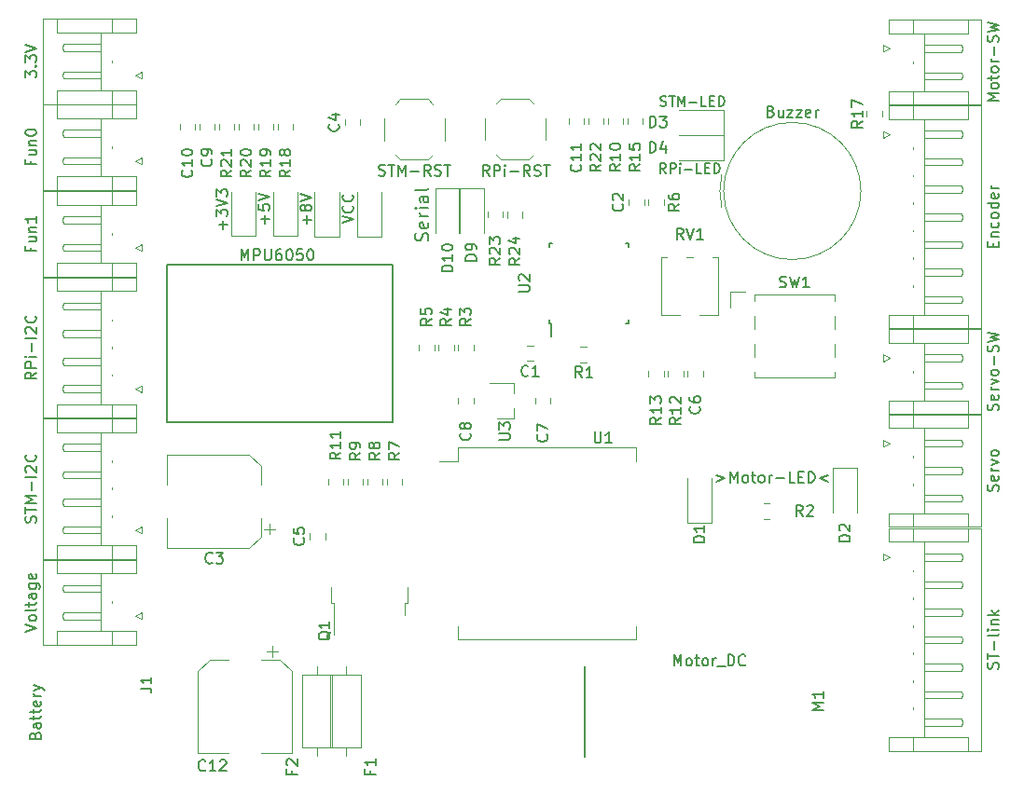
<source format=gto>
G04 #@! TF.GenerationSoftware,KiCad,Pcbnew,5.1.2-f72e74a~84~ubuntu16.04.1*
G04 #@! TF.CreationDate,2019-08-19T17:24:30+09:00*
G04 #@! TF.ProjectId,MD&SubCPU-ver2.0,4d442653-7562-4435-9055-2d766572322e,rev?*
G04 #@! TF.SameCoordinates,Original*
G04 #@! TF.FileFunction,Legend,Top*
G04 #@! TF.FilePolarity,Positive*
%FSLAX46Y46*%
G04 Gerber Fmt 4.6, Leading zero omitted, Abs format (unit mm)*
G04 Created by KiCad (PCBNEW 5.1.2-f72e74a~84~ubuntu16.04.1) date 2019-08-19 17:24:30*
%MOMM*%
%LPD*%
G04 APERTURE LIST*
%ADD10C,0.150000*%
%ADD11C,0.200000*%
%ADD12C,0.120000*%
G04 APERTURE END LIST*
D10*
X106331380Y-108497714D02*
X107093285Y-108783428D01*
X106331380Y-109069142D01*
X107569476Y-109164380D02*
X107569476Y-108164380D01*
X107902809Y-108878666D01*
X108236142Y-108164380D01*
X108236142Y-109164380D01*
X108855190Y-109164380D02*
X108759952Y-109116761D01*
X108712333Y-109069142D01*
X108664714Y-108973904D01*
X108664714Y-108688190D01*
X108712333Y-108592952D01*
X108759952Y-108545333D01*
X108855190Y-108497714D01*
X108998047Y-108497714D01*
X109093285Y-108545333D01*
X109140904Y-108592952D01*
X109188523Y-108688190D01*
X109188523Y-108973904D01*
X109140904Y-109069142D01*
X109093285Y-109116761D01*
X108998047Y-109164380D01*
X108855190Y-109164380D01*
X109474238Y-108497714D02*
X109855190Y-108497714D01*
X109617095Y-108164380D02*
X109617095Y-109021523D01*
X109664714Y-109116761D01*
X109759952Y-109164380D01*
X109855190Y-109164380D01*
X110331380Y-109164380D02*
X110236142Y-109116761D01*
X110188523Y-109069142D01*
X110140904Y-108973904D01*
X110140904Y-108688190D01*
X110188523Y-108592952D01*
X110236142Y-108545333D01*
X110331380Y-108497714D01*
X110474238Y-108497714D01*
X110569476Y-108545333D01*
X110617095Y-108592952D01*
X110664714Y-108688190D01*
X110664714Y-108973904D01*
X110617095Y-109069142D01*
X110569476Y-109116761D01*
X110474238Y-109164380D01*
X110331380Y-109164380D01*
X111093285Y-109164380D02*
X111093285Y-108497714D01*
X111093285Y-108688190D02*
X111140904Y-108592952D01*
X111188523Y-108545333D01*
X111283761Y-108497714D01*
X111379000Y-108497714D01*
X111712333Y-108783428D02*
X112474238Y-108783428D01*
X113426619Y-109164380D02*
X112950428Y-109164380D01*
X112950428Y-108164380D01*
X113759952Y-108640571D02*
X114093285Y-108640571D01*
X114236142Y-109164380D02*
X113759952Y-109164380D01*
X113759952Y-108164380D01*
X114236142Y-108164380D01*
X114664714Y-109164380D02*
X114664714Y-108164380D01*
X114902809Y-108164380D01*
X115045666Y-108212000D01*
X115140904Y-108307238D01*
X115188523Y-108402476D01*
X115236142Y-108592952D01*
X115236142Y-108735809D01*
X115188523Y-108926285D01*
X115140904Y-109021523D01*
X115045666Y-109116761D01*
X114902809Y-109164380D01*
X114664714Y-109164380D01*
X116426619Y-108497714D02*
X115664714Y-108783428D01*
X116426619Y-109069142D01*
X101247142Y-74913285D02*
X101375714Y-74956142D01*
X101590000Y-74956142D01*
X101675714Y-74913285D01*
X101718571Y-74870428D01*
X101761428Y-74784714D01*
X101761428Y-74699000D01*
X101718571Y-74613285D01*
X101675714Y-74570428D01*
X101590000Y-74527571D01*
X101418571Y-74484714D01*
X101332857Y-74441857D01*
X101290000Y-74399000D01*
X101247142Y-74313285D01*
X101247142Y-74227571D01*
X101290000Y-74141857D01*
X101332857Y-74099000D01*
X101418571Y-74056142D01*
X101632857Y-74056142D01*
X101761428Y-74099000D01*
X102018571Y-74056142D02*
X102532857Y-74056142D01*
X102275714Y-74956142D02*
X102275714Y-74056142D01*
X102832857Y-74956142D02*
X102832857Y-74056142D01*
X103132857Y-74699000D01*
X103432857Y-74056142D01*
X103432857Y-74956142D01*
X103861428Y-74613285D02*
X104547142Y-74613285D01*
X105404285Y-74956142D02*
X104975714Y-74956142D01*
X104975714Y-74056142D01*
X105704285Y-74484714D02*
X106004285Y-74484714D01*
X106132857Y-74956142D02*
X105704285Y-74956142D01*
X105704285Y-74056142D01*
X106132857Y-74056142D01*
X106518571Y-74956142D02*
X106518571Y-74056142D01*
X106732857Y-74056142D01*
X106861428Y-74099000D01*
X106947142Y-74184714D01*
X106990000Y-74270428D01*
X107032857Y-74441857D01*
X107032857Y-74570428D01*
X106990000Y-74741857D01*
X106947142Y-74827571D01*
X106861428Y-74913285D01*
X106732857Y-74956142D01*
X106518571Y-74956142D01*
X101721714Y-81052142D02*
X101421714Y-80623571D01*
X101207428Y-81052142D02*
X101207428Y-80152142D01*
X101550285Y-80152142D01*
X101636000Y-80195000D01*
X101678857Y-80237857D01*
X101721714Y-80323571D01*
X101721714Y-80452142D01*
X101678857Y-80537857D01*
X101636000Y-80580714D01*
X101550285Y-80623571D01*
X101207428Y-80623571D01*
X102107428Y-81052142D02*
X102107428Y-80152142D01*
X102450285Y-80152142D01*
X102536000Y-80195000D01*
X102578857Y-80237857D01*
X102621714Y-80323571D01*
X102621714Y-80452142D01*
X102578857Y-80537857D01*
X102536000Y-80580714D01*
X102450285Y-80623571D01*
X102107428Y-80623571D01*
X103007428Y-81052142D02*
X103007428Y-80452142D01*
X103007428Y-80152142D02*
X102964571Y-80195000D01*
X103007428Y-80237857D01*
X103050285Y-80195000D01*
X103007428Y-80152142D01*
X103007428Y-80237857D01*
X103436000Y-80709285D02*
X104121714Y-80709285D01*
X104978857Y-81052142D02*
X104550285Y-81052142D01*
X104550285Y-80152142D01*
X105278857Y-80580714D02*
X105578857Y-80580714D01*
X105707428Y-81052142D02*
X105278857Y-81052142D01*
X105278857Y-80152142D01*
X105707428Y-80152142D01*
X106093142Y-81052142D02*
X106093142Y-80152142D01*
X106307428Y-80152142D01*
X106436000Y-80195000D01*
X106521714Y-80280714D01*
X106564571Y-80366428D01*
X106607428Y-80537857D01*
X106607428Y-80666428D01*
X106564571Y-80837857D01*
X106521714Y-80923571D01*
X106436000Y-81009285D01*
X106307428Y-81052142D01*
X106093142Y-81052142D01*
D11*
X80114714Y-87207428D02*
X80171857Y-87036000D01*
X80171857Y-86750285D01*
X80114714Y-86636000D01*
X80057571Y-86578857D01*
X79943285Y-86521714D01*
X79829000Y-86521714D01*
X79714714Y-86578857D01*
X79657571Y-86636000D01*
X79600428Y-86750285D01*
X79543285Y-86978857D01*
X79486142Y-87093142D01*
X79429000Y-87150285D01*
X79314714Y-87207428D01*
X79200428Y-87207428D01*
X79086142Y-87150285D01*
X79029000Y-87093142D01*
X78971857Y-86978857D01*
X78971857Y-86693142D01*
X79029000Y-86521714D01*
X80114714Y-85550285D02*
X80171857Y-85664571D01*
X80171857Y-85893142D01*
X80114714Y-86007428D01*
X80000428Y-86064571D01*
X79543285Y-86064571D01*
X79429000Y-86007428D01*
X79371857Y-85893142D01*
X79371857Y-85664571D01*
X79429000Y-85550285D01*
X79543285Y-85493142D01*
X79657571Y-85493142D01*
X79771857Y-86064571D01*
X80171857Y-84978857D02*
X79371857Y-84978857D01*
X79600428Y-84978857D02*
X79486142Y-84921714D01*
X79429000Y-84864571D01*
X79371857Y-84750285D01*
X79371857Y-84636000D01*
X80171857Y-84236000D02*
X79371857Y-84236000D01*
X78971857Y-84236000D02*
X79029000Y-84293142D01*
X79086142Y-84236000D01*
X79029000Y-84178857D01*
X78971857Y-84236000D01*
X79086142Y-84236000D01*
X80171857Y-83150285D02*
X79543285Y-83150285D01*
X79429000Y-83207428D01*
X79371857Y-83321714D01*
X79371857Y-83550285D01*
X79429000Y-83664571D01*
X80114714Y-83150285D02*
X80171857Y-83264571D01*
X80171857Y-83550285D01*
X80114714Y-83664571D01*
X80000428Y-83721714D01*
X79886142Y-83721714D01*
X79771857Y-83664571D01*
X79714714Y-83550285D01*
X79714714Y-83264571D01*
X79657571Y-83150285D01*
X80171857Y-82407428D02*
X80114714Y-82521714D01*
X80000428Y-82578857D01*
X78971857Y-82578857D01*
D10*
X94361000Y-125857000D02*
X94361000Y-134112000D01*
D12*
X101266000Y-93933000D02*
X101266000Y-88693000D01*
X106506000Y-93933000D02*
X106506000Y-88693000D01*
X101266000Y-93933000D02*
X102996000Y-93933000D01*
X104776000Y-93933000D02*
X106506000Y-93933000D01*
X101266000Y-88693000D02*
X101847000Y-88693000D01*
X103626000Y-88693000D02*
X104146000Y-88693000D01*
X105926000Y-88693000D02*
X106506000Y-88693000D01*
X121458300Y-116238300D02*
X122058300Y-115938300D01*
X121458300Y-115638300D02*
X121458300Y-116238300D01*
X122058300Y-115938300D02*
X121458300Y-115638300D01*
X125148300Y-131258300D02*
X125148300Y-130938300D01*
X128568300Y-131258300D02*
X125148300Y-131258300D01*
X128648300Y-130938300D02*
X128568300Y-131258300D01*
X128568300Y-130618300D02*
X128648300Y-130938300D01*
X125148300Y-130618300D02*
X128568300Y-130618300D01*
X125148300Y-130938300D02*
X125148300Y-130618300D01*
X124148300Y-129608300D02*
X124148300Y-129768300D01*
X125148300Y-128758300D02*
X125148300Y-128438300D01*
X128568300Y-128758300D02*
X125148300Y-128758300D01*
X128648300Y-128438300D02*
X128568300Y-128758300D01*
X128568300Y-128118300D02*
X128648300Y-128438300D01*
X125148300Y-128118300D02*
X128568300Y-128118300D01*
X125148300Y-128438300D02*
X125148300Y-128118300D01*
X124148300Y-127108300D02*
X124148300Y-127268300D01*
X125148300Y-126258300D02*
X125148300Y-125938300D01*
X128568300Y-126258300D02*
X125148300Y-126258300D01*
X128648300Y-125938300D02*
X128568300Y-126258300D01*
X128568300Y-125618300D02*
X128648300Y-125938300D01*
X125148300Y-125618300D02*
X128568300Y-125618300D01*
X125148300Y-125938300D02*
X125148300Y-125618300D01*
X124148300Y-124608300D02*
X124148300Y-124768300D01*
X125148300Y-123758300D02*
X125148300Y-123438300D01*
X128568300Y-123758300D02*
X125148300Y-123758300D01*
X128648300Y-123438300D02*
X128568300Y-123758300D01*
X128568300Y-123118300D02*
X128648300Y-123438300D01*
X125148300Y-123118300D02*
X128568300Y-123118300D01*
X125148300Y-123438300D02*
X125148300Y-123118300D01*
X124148300Y-122108300D02*
X124148300Y-122268300D01*
X125148300Y-121258300D02*
X125148300Y-120938300D01*
X128568300Y-121258300D02*
X125148300Y-121258300D01*
X128648300Y-120938300D02*
X128568300Y-121258300D01*
X128568300Y-120618300D02*
X128648300Y-120938300D01*
X125148300Y-120618300D02*
X128568300Y-120618300D01*
X125148300Y-120938300D02*
X125148300Y-120618300D01*
X124148300Y-119608300D02*
X124148300Y-119768300D01*
X125148300Y-118758300D02*
X125148300Y-118438300D01*
X128568300Y-118758300D02*
X125148300Y-118758300D01*
X128648300Y-118438300D02*
X128568300Y-118758300D01*
X128568300Y-118118300D02*
X128648300Y-118438300D01*
X125148300Y-118118300D02*
X128568300Y-118118300D01*
X125148300Y-118438300D02*
X125148300Y-118118300D01*
X124148300Y-117108300D02*
X124148300Y-117268300D01*
X125148300Y-116258300D02*
X125148300Y-115938300D01*
X128568300Y-116258300D02*
X125148300Y-116258300D01*
X128648300Y-115938300D02*
X128568300Y-116258300D01*
X128568300Y-115618300D02*
X128648300Y-115938300D01*
X125148300Y-115618300D02*
X128568300Y-115618300D01*
X125148300Y-115938300D02*
X125148300Y-115618300D01*
X125148300Y-114548300D02*
X125148300Y-132328300D01*
X124148300Y-132328300D02*
X124148300Y-133548300D01*
X129148300Y-132328300D02*
X124148300Y-132328300D01*
X129148300Y-133548300D02*
X129148300Y-132328300D01*
X124148300Y-114548300D02*
X124148300Y-113328300D01*
X129148300Y-114548300D02*
X124148300Y-114548300D01*
X129148300Y-113328300D02*
X129148300Y-114548300D01*
X121948300Y-132328300D02*
X124148300Y-132328300D01*
X121948300Y-133548300D02*
X121948300Y-132328300D01*
X130368300Y-133548300D02*
X121948300Y-133548300D01*
X130368300Y-113328300D02*
X130368300Y-133548300D01*
X121948300Y-113328300D02*
X130368300Y-113328300D01*
X121948300Y-114548300D02*
X121948300Y-113328300D01*
X124148300Y-114548300D02*
X121948300Y-114548300D01*
X121458300Y-105887800D02*
X122058300Y-105587800D01*
X121458300Y-105287800D02*
X121458300Y-105887800D01*
X122058300Y-105587800D02*
X121458300Y-105287800D01*
X125148300Y-110907800D02*
X125148300Y-110587800D01*
X128568300Y-110907800D02*
X125148300Y-110907800D01*
X128648300Y-110587800D02*
X128568300Y-110907800D01*
X128568300Y-110267800D02*
X128648300Y-110587800D01*
X125148300Y-110267800D02*
X128568300Y-110267800D01*
X125148300Y-110587800D02*
X125148300Y-110267800D01*
X124148300Y-109257800D02*
X124148300Y-109417800D01*
X125148300Y-108407800D02*
X125148300Y-108087800D01*
X128568300Y-108407800D02*
X125148300Y-108407800D01*
X128648300Y-108087800D02*
X128568300Y-108407800D01*
X128568300Y-107767800D02*
X128648300Y-108087800D01*
X125148300Y-107767800D02*
X128568300Y-107767800D01*
X125148300Y-108087800D02*
X125148300Y-107767800D01*
X124148300Y-106757800D02*
X124148300Y-106917800D01*
X125148300Y-105907800D02*
X125148300Y-105587800D01*
X128568300Y-105907800D02*
X125148300Y-105907800D01*
X128648300Y-105587800D02*
X128568300Y-105907800D01*
X128568300Y-105267800D02*
X128648300Y-105587800D01*
X125148300Y-105267800D02*
X128568300Y-105267800D01*
X125148300Y-105587800D02*
X125148300Y-105267800D01*
X125148300Y-104197800D02*
X125148300Y-111977800D01*
X124148300Y-111977800D02*
X124148300Y-113197800D01*
X129148300Y-111977800D02*
X124148300Y-111977800D01*
X129148300Y-113197800D02*
X129148300Y-111977800D01*
X124148300Y-104197800D02*
X124148300Y-102977800D01*
X129148300Y-104197800D02*
X124148300Y-104197800D01*
X129148300Y-102977800D02*
X129148300Y-104197800D01*
X121948300Y-111977800D02*
X124148300Y-111977800D01*
X121948300Y-113197800D02*
X121948300Y-111977800D01*
X130368300Y-113197800D02*
X121948300Y-113197800D01*
X130368300Y-102977800D02*
X130368300Y-113197800D01*
X121948300Y-102977800D02*
X130368300Y-102977800D01*
X121948300Y-104197800D02*
X121948300Y-102977800D01*
X124148300Y-104197800D02*
X121948300Y-104197800D01*
X121458300Y-98140800D02*
X122058300Y-97840800D01*
X121458300Y-97540800D02*
X121458300Y-98140800D01*
X122058300Y-97840800D02*
X121458300Y-97540800D01*
X125148300Y-100660800D02*
X125148300Y-100340800D01*
X128568300Y-100660800D02*
X125148300Y-100660800D01*
X128648300Y-100340800D02*
X128568300Y-100660800D01*
X128568300Y-100020800D02*
X128648300Y-100340800D01*
X125148300Y-100020800D02*
X128568300Y-100020800D01*
X125148300Y-100340800D02*
X125148300Y-100020800D01*
X124148300Y-99010800D02*
X124148300Y-99170800D01*
X125148300Y-98160800D02*
X125148300Y-97840800D01*
X128568300Y-98160800D02*
X125148300Y-98160800D01*
X128648300Y-97840800D02*
X128568300Y-98160800D01*
X128568300Y-97520800D02*
X128648300Y-97840800D01*
X125148300Y-97520800D02*
X128568300Y-97520800D01*
X125148300Y-97840800D02*
X125148300Y-97520800D01*
X125148300Y-96450800D02*
X125148300Y-101730800D01*
X124148300Y-101730800D02*
X124148300Y-102950800D01*
X129148300Y-101730800D02*
X124148300Y-101730800D01*
X129148300Y-102950800D02*
X129148300Y-101730800D01*
X124148300Y-96450800D02*
X124148300Y-95230800D01*
X129148300Y-96450800D02*
X124148300Y-96450800D01*
X129148300Y-95230800D02*
X129148300Y-96450800D01*
X121948300Y-101730800D02*
X124148300Y-101730800D01*
X121948300Y-102950800D02*
X121948300Y-101730800D01*
X130368300Y-102950800D02*
X121948300Y-102950800D01*
X130368300Y-95230800D02*
X130368300Y-102950800D01*
X121948300Y-95230800D02*
X130368300Y-95230800D01*
X121948300Y-96450800D02*
X121948300Y-95230800D01*
X124148300Y-96450800D02*
X121948300Y-96450800D01*
X121471000Y-77833500D02*
X122071000Y-77533500D01*
X121471000Y-77233500D02*
X121471000Y-77833500D01*
X122071000Y-77533500D02*
X121471000Y-77233500D01*
X125161000Y-92853500D02*
X125161000Y-92533500D01*
X128581000Y-92853500D02*
X125161000Y-92853500D01*
X128661000Y-92533500D02*
X128581000Y-92853500D01*
X128581000Y-92213500D02*
X128661000Y-92533500D01*
X125161000Y-92213500D02*
X128581000Y-92213500D01*
X125161000Y-92533500D02*
X125161000Y-92213500D01*
X124161000Y-91203500D02*
X124161000Y-91363500D01*
X125161000Y-90353500D02*
X125161000Y-90033500D01*
X128581000Y-90353500D02*
X125161000Y-90353500D01*
X128661000Y-90033500D02*
X128581000Y-90353500D01*
X128581000Y-89713500D02*
X128661000Y-90033500D01*
X125161000Y-89713500D02*
X128581000Y-89713500D01*
X125161000Y-90033500D02*
X125161000Y-89713500D01*
X124161000Y-88703500D02*
X124161000Y-88863500D01*
X125161000Y-87853500D02*
X125161000Y-87533500D01*
X128581000Y-87853500D02*
X125161000Y-87853500D01*
X128661000Y-87533500D02*
X128581000Y-87853500D01*
X128581000Y-87213500D02*
X128661000Y-87533500D01*
X125161000Y-87213500D02*
X128581000Y-87213500D01*
X125161000Y-87533500D02*
X125161000Y-87213500D01*
X124161000Y-86203500D02*
X124161000Y-86363500D01*
X125161000Y-85353500D02*
X125161000Y-85033500D01*
X128581000Y-85353500D02*
X125161000Y-85353500D01*
X128661000Y-85033500D02*
X128581000Y-85353500D01*
X128581000Y-84713500D02*
X128661000Y-85033500D01*
X125161000Y-84713500D02*
X128581000Y-84713500D01*
X125161000Y-85033500D02*
X125161000Y-84713500D01*
X124161000Y-83703500D02*
X124161000Y-83863500D01*
X125161000Y-82853500D02*
X125161000Y-82533500D01*
X128581000Y-82853500D02*
X125161000Y-82853500D01*
X128661000Y-82533500D02*
X128581000Y-82853500D01*
X128581000Y-82213500D02*
X128661000Y-82533500D01*
X125161000Y-82213500D02*
X128581000Y-82213500D01*
X125161000Y-82533500D02*
X125161000Y-82213500D01*
X124161000Y-81203500D02*
X124161000Y-81363500D01*
X125161000Y-80353500D02*
X125161000Y-80033500D01*
X128581000Y-80353500D02*
X125161000Y-80353500D01*
X128661000Y-80033500D02*
X128581000Y-80353500D01*
X128581000Y-79713500D02*
X128661000Y-80033500D01*
X125161000Y-79713500D02*
X128581000Y-79713500D01*
X125161000Y-80033500D02*
X125161000Y-79713500D01*
X124161000Y-78703500D02*
X124161000Y-78863500D01*
X125161000Y-77853500D02*
X125161000Y-77533500D01*
X128581000Y-77853500D02*
X125161000Y-77853500D01*
X128661000Y-77533500D02*
X128581000Y-77853500D01*
X128581000Y-77213500D02*
X128661000Y-77533500D01*
X125161000Y-77213500D02*
X128581000Y-77213500D01*
X125161000Y-77533500D02*
X125161000Y-77213500D01*
X125161000Y-76143500D02*
X125161000Y-93923500D01*
X124161000Y-93923500D02*
X124161000Y-95143500D01*
X129161000Y-93923500D02*
X124161000Y-93923500D01*
X129161000Y-95143500D02*
X129161000Y-93923500D01*
X124161000Y-76143500D02*
X124161000Y-74923500D01*
X129161000Y-76143500D02*
X124161000Y-76143500D01*
X129161000Y-74923500D02*
X129161000Y-76143500D01*
X121961000Y-93923500D02*
X124161000Y-93923500D01*
X121961000Y-95143500D02*
X121961000Y-93923500D01*
X130381000Y-95143500D02*
X121961000Y-95143500D01*
X130381000Y-74923500D02*
X130381000Y-95143500D01*
X121961000Y-74923500D02*
X130381000Y-74923500D01*
X121961000Y-76143500D02*
X121961000Y-74923500D01*
X124161000Y-76143500D02*
X121961000Y-76143500D01*
X121458300Y-70023000D02*
X122058300Y-69723000D01*
X121458300Y-69423000D02*
X121458300Y-70023000D01*
X122058300Y-69723000D02*
X121458300Y-69423000D01*
X125148300Y-72543000D02*
X125148300Y-72223000D01*
X128568300Y-72543000D02*
X125148300Y-72543000D01*
X128648300Y-72223000D02*
X128568300Y-72543000D01*
X128568300Y-71903000D02*
X128648300Y-72223000D01*
X125148300Y-71903000D02*
X128568300Y-71903000D01*
X125148300Y-72223000D02*
X125148300Y-71903000D01*
X124148300Y-70893000D02*
X124148300Y-71053000D01*
X125148300Y-70043000D02*
X125148300Y-69723000D01*
X128568300Y-70043000D02*
X125148300Y-70043000D01*
X128648300Y-69723000D02*
X128568300Y-70043000D01*
X128568300Y-69403000D02*
X128648300Y-69723000D01*
X125148300Y-69403000D02*
X128568300Y-69403000D01*
X125148300Y-69723000D02*
X125148300Y-69403000D01*
X125148300Y-68333000D02*
X125148300Y-73613000D01*
X124148300Y-73613000D02*
X124148300Y-74833000D01*
X129148300Y-73613000D02*
X124148300Y-73613000D01*
X129148300Y-74833000D02*
X129148300Y-73613000D01*
X124148300Y-68333000D02*
X124148300Y-67113000D01*
X129148300Y-68333000D02*
X124148300Y-68333000D01*
X129148300Y-67113000D02*
X129148300Y-68333000D01*
X121948300Y-73613000D02*
X124148300Y-73613000D01*
X121948300Y-74833000D02*
X121948300Y-73613000D01*
X130368300Y-74833000D02*
X121948300Y-74833000D01*
X130368300Y-67113000D02*
X130368300Y-74833000D01*
X121948300Y-67113000D02*
X130368300Y-67113000D01*
X121948300Y-68333000D02*
X121948300Y-67113000D01*
X124148300Y-68333000D02*
X121948300Y-68333000D01*
D10*
X56388000Y-89408000D02*
X76888000Y-89408000D01*
X56388000Y-89408000D02*
X56388000Y-103708000D01*
X56388000Y-103708000D02*
X76888000Y-103708000D01*
X76888000Y-89408000D02*
X76888000Y-103708000D01*
X91117000Y-94684000D02*
X91342000Y-94684000D01*
X91117000Y-87434000D02*
X91417000Y-87434000D01*
X98367000Y-87434000D02*
X98067000Y-87434000D01*
X98367000Y-94684000D02*
X98067000Y-94684000D01*
X91117000Y-94684000D02*
X91117000Y-94384000D01*
X98367000Y-94684000D02*
X98367000Y-94384000D01*
X98367000Y-87434000D02*
X98367000Y-87734000D01*
X91117000Y-87434000D02*
X91117000Y-87734000D01*
X91342000Y-94684000D02*
X91342000Y-95909000D01*
D12*
X68670500Y-133191000D02*
X71410500Y-133191000D01*
X71410500Y-133191000D02*
X71410500Y-126651000D01*
X71410500Y-126651000D02*
X68670500Y-126651000D01*
X68670500Y-126651000D02*
X68670500Y-133191000D01*
X70040500Y-133961000D02*
X70040500Y-133191000D01*
X70040500Y-125881000D02*
X70040500Y-126651000D01*
X89660252Y-96699000D02*
X89137748Y-96699000D01*
X89660252Y-98119000D02*
X89137748Y-98119000D01*
X98350000Y-83963252D02*
X98350000Y-83440748D01*
X99770000Y-83963252D02*
X99770000Y-83440748D01*
X56446000Y-106611000D02*
X56446000Y-109361000D01*
X56446000Y-115131000D02*
X56446000Y-112381000D01*
X63901563Y-115131000D02*
X56446000Y-115131000D01*
X63901563Y-106611000D02*
X56446000Y-106611000D01*
X64966000Y-107675437D02*
X64966000Y-109361000D01*
X64966000Y-114066563D02*
X64966000Y-112381000D01*
X64966000Y-114066563D02*
X63901563Y-115131000D01*
X64966000Y-107675437D02*
X63901563Y-106611000D01*
X66206000Y-113381000D02*
X65206000Y-113381000D01*
X65706000Y-113881000D02*
X65706000Y-112881000D01*
X73989000Y-76706252D02*
X73989000Y-76183748D01*
X72569000Y-76706252D02*
X72569000Y-76183748D01*
X69394000Y-114307252D02*
X69394000Y-113784748D01*
X70814000Y-114307252D02*
X70814000Y-113784748D01*
X103684000Y-99043748D02*
X103684000Y-99566252D01*
X105104000Y-99043748D02*
X105104000Y-99566252D01*
X59361000Y-76573748D02*
X59361000Y-77096252D01*
X60781000Y-76573748D02*
X60781000Y-77096252D01*
X59003000Y-76564748D02*
X59003000Y-77087252D01*
X57583000Y-76564748D02*
X57583000Y-77087252D01*
X94309000Y-76074748D02*
X94309000Y-76597252D01*
X92889000Y-76074748D02*
X92889000Y-76597252D01*
X66510000Y-124488000D02*
X65510000Y-124488000D01*
X66010000Y-123988000D02*
X66010000Y-124988000D01*
X60304437Y-125228000D02*
X59240000Y-126292437D01*
X66695563Y-125228000D02*
X67760000Y-126292437D01*
X66695563Y-125228000D02*
X65010000Y-125228000D01*
X60304437Y-125228000D02*
X61990000Y-125228000D01*
X59240000Y-126292437D02*
X59240000Y-133748000D01*
X67760000Y-126292437D02*
X67760000Y-133748000D01*
X67760000Y-133748000D02*
X65010000Y-133748000D01*
X59240000Y-133748000D02*
X61990000Y-133748000D01*
X103640000Y-108726500D02*
X103640000Y-112786500D01*
X103640000Y-112786500D02*
X105910000Y-112786500D01*
X105910000Y-112786500D02*
X105910000Y-108726500D01*
X119118000Y-111926500D02*
X119118000Y-107866500D01*
X119118000Y-107866500D02*
X116848000Y-107866500D01*
X116848000Y-107866500D02*
X116848000Y-111926500D01*
X102886500Y-77569000D02*
X106946500Y-77569000D01*
X106946500Y-77569000D02*
X106946500Y-75299000D01*
X106946500Y-75299000D02*
X102886500Y-75299000D01*
X106944500Y-77605000D02*
X102884500Y-77605000D01*
X106944500Y-79875000D02*
X106944500Y-77605000D01*
X102884500Y-79875000D02*
X106944500Y-79875000D01*
X75938000Y-86815000D02*
X75938000Y-82755000D01*
X73668000Y-86815000D02*
X75938000Y-86815000D01*
X73668000Y-82755000D02*
X73668000Y-86815000D01*
X69844000Y-82757000D02*
X69844000Y-86817000D01*
X69844000Y-86817000D02*
X72114000Y-86817000D01*
X72114000Y-86817000D02*
X72114000Y-82757000D01*
X66041000Y-82726500D02*
X66041000Y-86786500D01*
X66041000Y-86786500D02*
X68311000Y-86786500D01*
X68311000Y-86786500D02*
X68311000Y-82726500D01*
X64508000Y-86788000D02*
X64508000Y-82728000D01*
X62238000Y-86788000D02*
X64508000Y-86788000D01*
X62238000Y-82728000D02*
X62238000Y-86788000D01*
X82942000Y-82411500D02*
X82942000Y-86471500D01*
X85212000Y-82411500D02*
X82942000Y-82411500D01*
X85212000Y-86471500D02*
X85212000Y-82411500D01*
X80780000Y-82412500D02*
X80780000Y-86472500D01*
X83050000Y-82412500D02*
X80780000Y-82412500D01*
X83050000Y-86472500D02*
X83050000Y-82412500D01*
X72644000Y-125881000D02*
X72644000Y-126651000D01*
X72644000Y-133961000D02*
X72644000Y-133191000D01*
X71274000Y-126651000D02*
X71274000Y-133191000D01*
X74014000Y-126651000D02*
X71274000Y-126651000D01*
X74014000Y-133191000D02*
X74014000Y-126651000D01*
X71274000Y-133191000D02*
X74014000Y-133191000D01*
X51416500Y-114864500D02*
X53616500Y-114864500D01*
X53616500Y-114864500D02*
X53616500Y-116084500D01*
X53616500Y-116084500D02*
X45196500Y-116084500D01*
X45196500Y-116084500D02*
X45196500Y-103364500D01*
X45196500Y-103364500D02*
X53616500Y-103364500D01*
X53616500Y-103364500D02*
X53616500Y-104584500D01*
X53616500Y-104584500D02*
X51416500Y-104584500D01*
X46416500Y-116084500D02*
X46416500Y-114864500D01*
X46416500Y-114864500D02*
X51416500Y-114864500D01*
X51416500Y-114864500D02*
X51416500Y-116084500D01*
X46416500Y-103364500D02*
X46416500Y-104584500D01*
X46416500Y-104584500D02*
X51416500Y-104584500D01*
X51416500Y-104584500D02*
X51416500Y-103364500D01*
X50416500Y-114864500D02*
X50416500Y-104584500D01*
X50416500Y-113474500D02*
X50416500Y-113794500D01*
X50416500Y-113794500D02*
X46996500Y-113794500D01*
X46996500Y-113794500D02*
X46916500Y-113474500D01*
X46916500Y-113474500D02*
X46996500Y-113154500D01*
X46996500Y-113154500D02*
X50416500Y-113154500D01*
X50416500Y-113154500D02*
X50416500Y-113474500D01*
X51416500Y-112304500D02*
X51416500Y-112144500D01*
X50416500Y-110974500D02*
X50416500Y-111294500D01*
X50416500Y-111294500D02*
X46996500Y-111294500D01*
X46996500Y-111294500D02*
X46916500Y-110974500D01*
X46916500Y-110974500D02*
X46996500Y-110654500D01*
X46996500Y-110654500D02*
X50416500Y-110654500D01*
X50416500Y-110654500D02*
X50416500Y-110974500D01*
X51416500Y-109804500D02*
X51416500Y-109644500D01*
X50416500Y-108474500D02*
X50416500Y-108794500D01*
X50416500Y-108794500D02*
X46996500Y-108794500D01*
X46996500Y-108794500D02*
X46916500Y-108474500D01*
X46916500Y-108474500D02*
X46996500Y-108154500D01*
X46996500Y-108154500D02*
X50416500Y-108154500D01*
X50416500Y-108154500D02*
X50416500Y-108474500D01*
X51416500Y-107304500D02*
X51416500Y-107144500D01*
X50416500Y-105974500D02*
X50416500Y-106294500D01*
X50416500Y-106294500D02*
X46996500Y-106294500D01*
X46996500Y-106294500D02*
X46916500Y-105974500D01*
X46916500Y-105974500D02*
X46996500Y-105654500D01*
X46996500Y-105654500D02*
X50416500Y-105654500D01*
X50416500Y-105654500D02*
X50416500Y-105974500D01*
X53506500Y-113474500D02*
X54106500Y-113774500D01*
X54106500Y-113774500D02*
X54106500Y-113174500D01*
X54106500Y-113174500D02*
X53506500Y-113474500D01*
X54106500Y-120985000D02*
X53506500Y-121285000D01*
X54106500Y-121585000D02*
X54106500Y-120985000D01*
X53506500Y-121285000D02*
X54106500Y-121585000D01*
X50416500Y-118465000D02*
X50416500Y-118785000D01*
X46996500Y-118465000D02*
X50416500Y-118465000D01*
X46916500Y-118785000D02*
X46996500Y-118465000D01*
X46996500Y-119105000D02*
X46916500Y-118785000D01*
X50416500Y-119105000D02*
X46996500Y-119105000D01*
X50416500Y-118785000D02*
X50416500Y-119105000D01*
X51416500Y-120115000D02*
X51416500Y-119955000D01*
X50416500Y-120965000D02*
X50416500Y-121285000D01*
X46996500Y-120965000D02*
X50416500Y-120965000D01*
X46916500Y-121285000D02*
X46996500Y-120965000D01*
X46996500Y-121605000D02*
X46916500Y-121285000D01*
X50416500Y-121605000D02*
X46996500Y-121605000D01*
X50416500Y-121285000D02*
X50416500Y-121605000D01*
X50416500Y-122675000D02*
X50416500Y-117395000D01*
X51416500Y-117395000D02*
X51416500Y-116175000D01*
X46416500Y-117395000D02*
X51416500Y-117395000D01*
X46416500Y-116175000D02*
X46416500Y-117395000D01*
X51416500Y-122675000D02*
X51416500Y-123895000D01*
X46416500Y-122675000D02*
X51416500Y-122675000D01*
X46416500Y-123895000D02*
X46416500Y-122675000D01*
X53616500Y-117395000D02*
X51416500Y-117395000D01*
X53616500Y-116175000D02*
X53616500Y-117395000D01*
X45196500Y-116175000D02*
X53616500Y-116175000D01*
X45196500Y-123895000D02*
X45196500Y-116175000D01*
X53616500Y-123895000D02*
X45196500Y-123895000D01*
X53616500Y-122675000D02*
X53616500Y-123895000D01*
X51416500Y-122675000D02*
X53616500Y-122675000D01*
X51416500Y-81336500D02*
X53616500Y-81336500D01*
X53616500Y-81336500D02*
X53616500Y-82556500D01*
X53616500Y-82556500D02*
X45196500Y-82556500D01*
X45196500Y-82556500D02*
X45196500Y-74836500D01*
X45196500Y-74836500D02*
X53616500Y-74836500D01*
X53616500Y-74836500D02*
X53616500Y-76056500D01*
X53616500Y-76056500D02*
X51416500Y-76056500D01*
X46416500Y-82556500D02*
X46416500Y-81336500D01*
X46416500Y-81336500D02*
X51416500Y-81336500D01*
X51416500Y-81336500D02*
X51416500Y-82556500D01*
X46416500Y-74836500D02*
X46416500Y-76056500D01*
X46416500Y-76056500D02*
X51416500Y-76056500D01*
X51416500Y-76056500D02*
X51416500Y-74836500D01*
X50416500Y-81336500D02*
X50416500Y-76056500D01*
X50416500Y-79946500D02*
X50416500Y-80266500D01*
X50416500Y-80266500D02*
X46996500Y-80266500D01*
X46996500Y-80266500D02*
X46916500Y-79946500D01*
X46916500Y-79946500D02*
X46996500Y-79626500D01*
X46996500Y-79626500D02*
X50416500Y-79626500D01*
X50416500Y-79626500D02*
X50416500Y-79946500D01*
X51416500Y-78776500D02*
X51416500Y-78616500D01*
X50416500Y-77446500D02*
X50416500Y-77766500D01*
X50416500Y-77766500D02*
X46996500Y-77766500D01*
X46996500Y-77766500D02*
X46916500Y-77446500D01*
X46916500Y-77446500D02*
X46996500Y-77126500D01*
X46996500Y-77126500D02*
X50416500Y-77126500D01*
X50416500Y-77126500D02*
X50416500Y-77446500D01*
X53506500Y-79946500D02*
X54106500Y-80246500D01*
X54106500Y-80246500D02*
X54106500Y-79646500D01*
X54106500Y-79646500D02*
X53506500Y-79946500D01*
X54106500Y-87520500D02*
X53506500Y-87820500D01*
X54106500Y-88120500D02*
X54106500Y-87520500D01*
X53506500Y-87820500D02*
X54106500Y-88120500D01*
X50416500Y-85000500D02*
X50416500Y-85320500D01*
X46996500Y-85000500D02*
X50416500Y-85000500D01*
X46916500Y-85320500D02*
X46996500Y-85000500D01*
X46996500Y-85640500D02*
X46916500Y-85320500D01*
X50416500Y-85640500D02*
X46996500Y-85640500D01*
X50416500Y-85320500D02*
X50416500Y-85640500D01*
X51416500Y-86650500D02*
X51416500Y-86490500D01*
X50416500Y-87500500D02*
X50416500Y-87820500D01*
X46996500Y-87500500D02*
X50416500Y-87500500D01*
X46916500Y-87820500D02*
X46996500Y-87500500D01*
X46996500Y-88140500D02*
X46916500Y-87820500D01*
X50416500Y-88140500D02*
X46996500Y-88140500D01*
X50416500Y-87820500D02*
X50416500Y-88140500D01*
X50416500Y-89210500D02*
X50416500Y-83930500D01*
X51416500Y-83930500D02*
X51416500Y-82710500D01*
X46416500Y-83930500D02*
X51416500Y-83930500D01*
X46416500Y-82710500D02*
X46416500Y-83930500D01*
X51416500Y-89210500D02*
X51416500Y-90430500D01*
X46416500Y-89210500D02*
X51416500Y-89210500D01*
X46416500Y-90430500D02*
X46416500Y-89210500D01*
X53616500Y-83930500D02*
X51416500Y-83930500D01*
X53616500Y-82710500D02*
X53616500Y-83930500D01*
X45196500Y-82710500D02*
X53616500Y-82710500D01*
X45196500Y-90430500D02*
X45196500Y-82710500D01*
X53616500Y-90430500D02*
X45196500Y-90430500D01*
X53616500Y-89210500D02*
X53616500Y-90430500D01*
X51416500Y-89210500D02*
X53616500Y-89210500D01*
X54106500Y-71859500D02*
X53506500Y-72159500D01*
X54106500Y-72459500D02*
X54106500Y-71859500D01*
X53506500Y-72159500D02*
X54106500Y-72459500D01*
X50416500Y-69339500D02*
X50416500Y-69659500D01*
X46996500Y-69339500D02*
X50416500Y-69339500D01*
X46916500Y-69659500D02*
X46996500Y-69339500D01*
X46996500Y-69979500D02*
X46916500Y-69659500D01*
X50416500Y-69979500D02*
X46996500Y-69979500D01*
X50416500Y-69659500D02*
X50416500Y-69979500D01*
X51416500Y-70989500D02*
X51416500Y-70829500D01*
X50416500Y-71839500D02*
X50416500Y-72159500D01*
X46996500Y-71839500D02*
X50416500Y-71839500D01*
X46916500Y-72159500D02*
X46996500Y-71839500D01*
X46996500Y-72479500D02*
X46916500Y-72159500D01*
X50416500Y-72479500D02*
X46996500Y-72479500D01*
X50416500Y-72159500D02*
X50416500Y-72479500D01*
X50416500Y-73549500D02*
X50416500Y-68269500D01*
X51416500Y-68269500D02*
X51416500Y-67049500D01*
X46416500Y-68269500D02*
X51416500Y-68269500D01*
X46416500Y-67049500D02*
X46416500Y-68269500D01*
X51416500Y-73549500D02*
X51416500Y-74769500D01*
X46416500Y-73549500D02*
X51416500Y-73549500D01*
X46416500Y-74769500D02*
X46416500Y-73549500D01*
X53616500Y-68269500D02*
X51416500Y-68269500D01*
X53616500Y-67049500D02*
X53616500Y-68269500D01*
X45196500Y-67049500D02*
X53616500Y-67049500D01*
X45196500Y-74769500D02*
X45196500Y-67049500D01*
X53616500Y-74769500D02*
X45196500Y-74769500D01*
X53616500Y-73549500D02*
X53616500Y-74769500D01*
X51416500Y-73549500D02*
X53616500Y-73549500D01*
X119427000Y-82677000D02*
G75*
G03X119427000Y-82677000I-6230000J0D01*
G01*
X106797000Y-84176999D02*
G75*
G02X106797000Y-81177000I6400000J1499999D01*
G01*
X71353000Y-118640000D02*
X71353000Y-120140000D01*
X71353000Y-120140000D02*
X71623000Y-120140000D01*
X71623000Y-120140000D02*
X71623000Y-122970000D01*
X78253000Y-118640000D02*
X78253000Y-120140000D01*
X78253000Y-120140000D02*
X77983000Y-120140000D01*
X77983000Y-120140000D02*
X77983000Y-121240000D01*
X93972748Y-96826000D02*
X94495252Y-96826000D01*
X93972748Y-98246000D02*
X94495252Y-98246000D01*
X111141252Y-112470000D02*
X110618748Y-112470000D01*
X111141252Y-111050000D02*
X110618748Y-111050000D01*
X82856000Y-97153252D02*
X82856000Y-96630748D01*
X84276000Y-97153252D02*
X84276000Y-96630748D01*
X81078000Y-96639748D02*
X81078000Y-97162252D01*
X82498000Y-96639748D02*
X82498000Y-97162252D01*
X80720000Y-96648748D02*
X80720000Y-97171252D01*
X79300000Y-96648748D02*
X79300000Y-97171252D01*
X100128000Y-83422748D02*
X100128000Y-83945252D01*
X101548000Y-83422748D02*
X101548000Y-83945252D01*
X76379000Y-109354252D02*
X76379000Y-108831748D01*
X77799000Y-109354252D02*
X77799000Y-108831748D01*
X76021000Y-108831748D02*
X76021000Y-109354252D01*
X74601000Y-108831748D02*
X74601000Y-109354252D01*
X74240000Y-108834748D02*
X74240000Y-109357252D01*
X72820000Y-108834748D02*
X72820000Y-109357252D01*
X96445000Y-76588252D02*
X96445000Y-76065748D01*
X97865000Y-76588252D02*
X97865000Y-76065748D01*
X71045000Y-108840748D02*
X71045000Y-109363252D01*
X72465000Y-108840748D02*
X72465000Y-109363252D01*
X101902000Y-99046748D02*
X101902000Y-99569252D01*
X103322000Y-99046748D02*
X103322000Y-99569252D01*
X101552000Y-99569252D02*
X101552000Y-99046748D01*
X100132000Y-99569252D02*
X100132000Y-99046748D01*
X99643000Y-76065748D02*
X99643000Y-76588252D01*
X98223000Y-76065748D02*
X98223000Y-76588252D01*
X119940000Y-75421748D02*
X119940000Y-75944252D01*
X121360000Y-75421748D02*
X121360000Y-75944252D01*
X67893000Y-76582748D02*
X67893000Y-77105252D01*
X66473000Y-76582748D02*
X66473000Y-77105252D01*
X64695000Y-76564748D02*
X64695000Y-77087252D01*
X66115000Y-76564748D02*
X66115000Y-77087252D01*
X64337000Y-76582748D02*
X64337000Y-77105252D01*
X62917000Y-76582748D02*
X62917000Y-77105252D01*
X61139000Y-76573748D02*
X61139000Y-77096252D01*
X62559000Y-76573748D02*
X62559000Y-77096252D01*
X96087000Y-76597252D02*
X96087000Y-76074748D01*
X94667000Y-76597252D02*
X94667000Y-76074748D01*
X86943000Y-84565748D02*
X86943000Y-85088252D01*
X85523000Y-84565748D02*
X85523000Y-85088252D01*
X87301000Y-84574748D02*
X87301000Y-85097252D01*
X88721000Y-84574748D02*
X88721000Y-85097252D01*
X109741000Y-92645000D02*
X109741000Y-92115000D01*
X109741000Y-92115000D02*
X117081000Y-92115000D01*
X117081000Y-92115000D02*
X117081000Y-92645000D01*
X109741000Y-99125000D02*
X109741000Y-99655000D01*
X109741000Y-99655000D02*
X117081000Y-99655000D01*
X117081000Y-99655000D02*
X117081000Y-99125000D01*
X109741000Y-94045000D02*
X109741000Y-95185000D01*
X109741000Y-96585000D02*
X109741000Y-97725000D01*
X117081000Y-94045000D02*
X117081000Y-95185000D01*
X117081000Y-96585000D02*
X117081000Y-97725000D01*
X107541000Y-93235000D02*
X107541000Y-91865000D01*
X107541000Y-91865000D02*
X108911000Y-91865000D01*
X77167000Y-79389000D02*
X77617000Y-79839000D01*
X80567000Y-79389000D02*
X80117000Y-79839000D01*
X80567000Y-74789000D02*
X80117000Y-74339000D01*
X77167000Y-74789000D02*
X77617000Y-74339000D01*
X81617000Y-76089000D02*
X81617000Y-78089000D01*
X77617000Y-79839000D02*
X80117000Y-79839000D01*
X76117000Y-76089000D02*
X76117000Y-78089000D01*
X77617000Y-74339000D02*
X80117000Y-74339000D01*
X89261000Y-79813600D02*
X86761000Y-79813600D01*
X90761000Y-78063600D02*
X90761000Y-76063600D01*
X89261000Y-74313600D02*
X86761000Y-74313600D01*
X85261000Y-78063600D02*
X85261000Y-76063600D01*
X89711000Y-79363600D02*
X89261000Y-79813600D01*
X86311000Y-79363600D02*
X86761000Y-79813600D01*
X86311000Y-74763600D02*
X86761000Y-74313600D01*
X89711000Y-74763600D02*
X89261000Y-74313600D01*
X98930000Y-106007000D02*
X99030000Y-106007000D01*
X99030000Y-106007000D02*
X99030000Y-107207000D01*
X98930000Y-123407000D02*
X99030000Y-123407000D01*
X99030000Y-123407000D02*
X99030000Y-122207000D01*
X98930000Y-123407000D02*
X82830000Y-123407000D01*
X82830000Y-123407000D02*
X82830000Y-122207000D01*
X98930000Y-106007000D02*
X82930000Y-106007000D01*
X82930000Y-106007000D02*
X82830000Y-106007000D01*
X82830000Y-106007000D02*
X82830000Y-107207000D01*
X82830000Y-107207000D02*
X81130000Y-107207000D01*
X51416500Y-102044500D02*
X53616500Y-102044500D01*
X53616500Y-102044500D02*
X53616500Y-103264500D01*
X53616500Y-103264500D02*
X45196500Y-103264500D01*
X45196500Y-103264500D02*
X45196500Y-90544500D01*
X45196500Y-90544500D02*
X53616500Y-90544500D01*
X53616500Y-90544500D02*
X53616500Y-91764500D01*
X53616500Y-91764500D02*
X51416500Y-91764500D01*
X46416500Y-103264500D02*
X46416500Y-102044500D01*
X46416500Y-102044500D02*
X51416500Y-102044500D01*
X51416500Y-102044500D02*
X51416500Y-103264500D01*
X46416500Y-90544500D02*
X46416500Y-91764500D01*
X46416500Y-91764500D02*
X51416500Y-91764500D01*
X51416500Y-91764500D02*
X51416500Y-90544500D01*
X50416500Y-102044500D02*
X50416500Y-91764500D01*
X50416500Y-100654500D02*
X50416500Y-100974500D01*
X50416500Y-100974500D02*
X46996500Y-100974500D01*
X46996500Y-100974500D02*
X46916500Y-100654500D01*
X46916500Y-100654500D02*
X46996500Y-100334500D01*
X46996500Y-100334500D02*
X50416500Y-100334500D01*
X50416500Y-100334500D02*
X50416500Y-100654500D01*
X51416500Y-99484500D02*
X51416500Y-99324500D01*
X50416500Y-98154500D02*
X50416500Y-98474500D01*
X50416500Y-98474500D02*
X46996500Y-98474500D01*
X46996500Y-98474500D02*
X46916500Y-98154500D01*
X46916500Y-98154500D02*
X46996500Y-97834500D01*
X46996500Y-97834500D02*
X50416500Y-97834500D01*
X50416500Y-97834500D02*
X50416500Y-98154500D01*
X51416500Y-96984500D02*
X51416500Y-96824500D01*
X50416500Y-95654500D02*
X50416500Y-95974500D01*
X50416500Y-95974500D02*
X46996500Y-95974500D01*
X46996500Y-95974500D02*
X46916500Y-95654500D01*
X46916500Y-95654500D02*
X46996500Y-95334500D01*
X46996500Y-95334500D02*
X50416500Y-95334500D01*
X50416500Y-95334500D02*
X50416500Y-95654500D01*
X51416500Y-94484500D02*
X51416500Y-94324500D01*
X50416500Y-93154500D02*
X50416500Y-93474500D01*
X50416500Y-93474500D02*
X46996500Y-93474500D01*
X46996500Y-93474500D02*
X46916500Y-93154500D01*
X46916500Y-93154500D02*
X46996500Y-92834500D01*
X46996500Y-92834500D02*
X50416500Y-92834500D01*
X50416500Y-92834500D02*
X50416500Y-93154500D01*
X53506500Y-100654500D02*
X54106500Y-100954500D01*
X54106500Y-100954500D02*
X54106500Y-100354500D01*
X54106500Y-100354500D02*
X53506500Y-100654500D01*
X91261000Y-101979252D02*
X91261000Y-101456748D01*
X89841000Y-101979252D02*
X89841000Y-101456748D01*
X82856000Y-101997252D02*
X82856000Y-101474748D01*
X84276000Y-101997252D02*
X84276000Y-101474748D01*
X87882000Y-103307000D02*
X87882000Y-102377000D01*
X87882000Y-100147000D02*
X87882000Y-101077000D01*
X87882000Y-100147000D02*
X85722000Y-100147000D01*
X87882000Y-103307000D02*
X86422000Y-103307000D01*
D10*
X103290761Y-87066380D02*
X102957428Y-86590190D01*
X102719333Y-87066380D02*
X102719333Y-86066380D01*
X103100285Y-86066380D01*
X103195523Y-86114000D01*
X103243142Y-86161619D01*
X103290761Y-86256857D01*
X103290761Y-86399714D01*
X103243142Y-86494952D01*
X103195523Y-86542571D01*
X103100285Y-86590190D01*
X102719333Y-86590190D01*
X103576476Y-86066380D02*
X103909809Y-87066380D01*
X104243142Y-86066380D01*
X105100285Y-87066380D02*
X104528857Y-87066380D01*
X104814571Y-87066380D02*
X104814571Y-86066380D01*
X104719333Y-86209238D01*
X104624095Y-86304476D01*
X104528857Y-86352095D01*
X116002060Y-129805963D02*
X115002060Y-129805963D01*
X115716346Y-129472630D01*
X115002060Y-129139297D01*
X116002060Y-129139297D01*
X116002060Y-128139297D02*
X116002060Y-128710725D01*
X116002060Y-128425011D02*
X115002060Y-128425011D01*
X115144918Y-128520249D01*
X115240156Y-128615487D01*
X115287775Y-128710725D01*
X102449714Y-125801380D02*
X102449714Y-124801380D01*
X102783047Y-125515666D01*
X103116380Y-124801380D01*
X103116380Y-125801380D01*
X103735428Y-125801380D02*
X103640190Y-125753761D01*
X103592571Y-125706142D01*
X103544952Y-125610904D01*
X103544952Y-125325190D01*
X103592571Y-125229952D01*
X103640190Y-125182333D01*
X103735428Y-125134714D01*
X103878285Y-125134714D01*
X103973523Y-125182333D01*
X104021142Y-125229952D01*
X104068761Y-125325190D01*
X104068761Y-125610904D01*
X104021142Y-125706142D01*
X103973523Y-125753761D01*
X103878285Y-125801380D01*
X103735428Y-125801380D01*
X104354476Y-125134714D02*
X104735428Y-125134714D01*
X104497333Y-124801380D02*
X104497333Y-125658523D01*
X104544952Y-125753761D01*
X104640190Y-125801380D01*
X104735428Y-125801380D01*
X105211619Y-125801380D02*
X105116380Y-125753761D01*
X105068761Y-125706142D01*
X105021142Y-125610904D01*
X105021142Y-125325190D01*
X105068761Y-125229952D01*
X105116380Y-125182333D01*
X105211619Y-125134714D01*
X105354476Y-125134714D01*
X105449714Y-125182333D01*
X105497333Y-125229952D01*
X105544952Y-125325190D01*
X105544952Y-125610904D01*
X105497333Y-125706142D01*
X105449714Y-125753761D01*
X105354476Y-125801380D01*
X105211619Y-125801380D01*
X105973523Y-125801380D02*
X105973523Y-125134714D01*
X105973523Y-125325190D02*
X106021142Y-125229952D01*
X106068761Y-125182333D01*
X106164000Y-125134714D01*
X106259238Y-125134714D01*
X106354476Y-125896619D02*
X107116380Y-125896619D01*
X107354476Y-125801380D02*
X107354476Y-124801380D01*
X107592571Y-124801380D01*
X107735428Y-124849000D01*
X107830666Y-124944238D01*
X107878285Y-125039476D01*
X107925904Y-125229952D01*
X107925904Y-125372809D01*
X107878285Y-125563285D01*
X107830666Y-125658523D01*
X107735428Y-125753761D01*
X107592571Y-125801380D01*
X107354476Y-125801380D01*
X108925904Y-125706142D02*
X108878285Y-125753761D01*
X108735428Y-125801380D01*
X108640190Y-125801380D01*
X108497333Y-125753761D01*
X108402095Y-125658523D01*
X108354476Y-125563285D01*
X108306857Y-125372809D01*
X108306857Y-125229952D01*
X108354476Y-125039476D01*
X108402095Y-124944238D01*
X108497333Y-124849000D01*
X108640190Y-124801380D01*
X108735428Y-124801380D01*
X108878285Y-124849000D01*
X108925904Y-124896619D01*
X54021740Y-127856573D02*
X54736026Y-127856573D01*
X54878883Y-127904192D01*
X54974121Y-127999430D01*
X55021740Y-128142287D01*
X55021740Y-128237525D01*
X55021740Y-126856573D02*
X55021740Y-127428001D01*
X55021740Y-127142287D02*
X54021740Y-127142287D01*
X54164598Y-127237525D01*
X54259836Y-127332763D01*
X54307455Y-127428001D01*
X44464931Y-132134668D02*
X44512550Y-131991811D01*
X44560169Y-131944192D01*
X44655407Y-131896573D01*
X44798264Y-131896573D01*
X44893502Y-131944192D01*
X44941121Y-131991811D01*
X44988740Y-132087049D01*
X44988740Y-132468001D01*
X43988740Y-132468001D01*
X43988740Y-132134668D01*
X44036360Y-132039430D01*
X44083979Y-131991811D01*
X44179217Y-131944192D01*
X44274455Y-131944192D01*
X44369693Y-131991811D01*
X44417312Y-132039430D01*
X44464931Y-132134668D01*
X44464931Y-132468001D01*
X44988740Y-131039430D02*
X44464931Y-131039430D01*
X44369693Y-131087049D01*
X44322074Y-131182287D01*
X44322074Y-131372763D01*
X44369693Y-131468001D01*
X44941121Y-131039430D02*
X44988740Y-131134668D01*
X44988740Y-131372763D01*
X44941121Y-131468001D01*
X44845883Y-131515620D01*
X44750645Y-131515620D01*
X44655407Y-131468001D01*
X44607788Y-131372763D01*
X44607788Y-131134668D01*
X44560169Y-131039430D01*
X44322074Y-130706097D02*
X44322074Y-130325144D01*
X43988740Y-130563240D02*
X44845883Y-130563240D01*
X44941121Y-130515620D01*
X44988740Y-130420382D01*
X44988740Y-130325144D01*
X44322074Y-130134668D02*
X44322074Y-129753716D01*
X43988740Y-129991811D02*
X44845883Y-129991811D01*
X44941121Y-129944192D01*
X44988740Y-129848954D01*
X44988740Y-129753716D01*
X44941121Y-129039430D02*
X44988740Y-129134668D01*
X44988740Y-129325144D01*
X44941121Y-129420382D01*
X44845883Y-129468001D01*
X44464931Y-129468001D01*
X44369693Y-129420382D01*
X44322074Y-129325144D01*
X44322074Y-129134668D01*
X44369693Y-129039430D01*
X44464931Y-128991811D01*
X44560169Y-128991811D01*
X44655407Y-129468001D01*
X44988740Y-128563240D02*
X44322074Y-128563240D01*
X44512550Y-128563240D02*
X44417312Y-128515620D01*
X44369693Y-128468001D01*
X44322074Y-128372763D01*
X44322074Y-128277525D01*
X44322074Y-128039430D02*
X44988740Y-127801335D01*
X44322074Y-127563240D02*
X44988740Y-127801335D01*
X45226836Y-127896573D01*
X45274455Y-127944192D01*
X45322074Y-128039430D01*
X131863061Y-126081157D02*
X131910680Y-125938300D01*
X131910680Y-125700204D01*
X131863061Y-125604966D01*
X131815442Y-125557347D01*
X131720204Y-125509728D01*
X131624966Y-125509728D01*
X131529728Y-125557347D01*
X131482109Y-125604966D01*
X131434490Y-125700204D01*
X131386871Y-125890680D01*
X131339252Y-125985919D01*
X131291633Y-126033538D01*
X131196395Y-126081157D01*
X131101157Y-126081157D01*
X131005919Y-126033538D01*
X130958300Y-125985919D01*
X130910680Y-125890680D01*
X130910680Y-125652585D01*
X130958300Y-125509728D01*
X130910680Y-125224014D02*
X130910680Y-124652585D01*
X131910680Y-124938300D02*
X130910680Y-124938300D01*
X131529728Y-124319252D02*
X131529728Y-123557347D01*
X131910680Y-122938300D02*
X131863061Y-123033538D01*
X131767823Y-123081157D01*
X130910680Y-123081157D01*
X131910680Y-122557347D02*
X131244014Y-122557347D01*
X130910680Y-122557347D02*
X130958300Y-122604966D01*
X131005919Y-122557347D01*
X130958300Y-122509728D01*
X130910680Y-122557347D01*
X131005919Y-122557347D01*
X131244014Y-122081157D02*
X131910680Y-122081157D01*
X131339252Y-122081157D02*
X131291633Y-122033538D01*
X131244014Y-121938300D01*
X131244014Y-121795442D01*
X131291633Y-121700204D01*
X131386871Y-121652585D01*
X131910680Y-121652585D01*
X131910680Y-121176395D02*
X130910680Y-121176395D01*
X131529728Y-121081157D02*
X131910680Y-120795442D01*
X131244014Y-120795442D02*
X131624966Y-121176395D01*
X131863061Y-109944942D02*
X131910680Y-109802085D01*
X131910680Y-109563990D01*
X131863061Y-109468752D01*
X131815442Y-109421133D01*
X131720204Y-109373514D01*
X131624966Y-109373514D01*
X131529728Y-109421133D01*
X131482109Y-109468752D01*
X131434490Y-109563990D01*
X131386871Y-109754466D01*
X131339252Y-109849704D01*
X131291633Y-109897323D01*
X131196395Y-109944942D01*
X131101157Y-109944942D01*
X131005919Y-109897323D01*
X130958300Y-109849704D01*
X130910680Y-109754466D01*
X130910680Y-109516371D01*
X130958300Y-109373514D01*
X131863061Y-108563990D02*
X131910680Y-108659228D01*
X131910680Y-108849704D01*
X131863061Y-108944942D01*
X131767823Y-108992561D01*
X131386871Y-108992561D01*
X131291633Y-108944942D01*
X131244014Y-108849704D01*
X131244014Y-108659228D01*
X131291633Y-108563990D01*
X131386871Y-108516371D01*
X131482109Y-108516371D01*
X131577347Y-108992561D01*
X131910680Y-108087800D02*
X131244014Y-108087800D01*
X131434490Y-108087800D02*
X131339252Y-108040180D01*
X131291633Y-107992561D01*
X131244014Y-107897323D01*
X131244014Y-107802085D01*
X131244014Y-107563990D02*
X131910680Y-107325895D01*
X131244014Y-107087800D01*
X131910680Y-106563990D02*
X131863061Y-106659228D01*
X131815442Y-106706847D01*
X131720204Y-106754466D01*
X131434490Y-106754466D01*
X131339252Y-106706847D01*
X131291633Y-106659228D01*
X131244014Y-106563990D01*
X131244014Y-106421133D01*
X131291633Y-106325895D01*
X131339252Y-106278276D01*
X131434490Y-106230657D01*
X131720204Y-106230657D01*
X131815442Y-106278276D01*
X131863061Y-106325895D01*
X131910680Y-106421133D01*
X131910680Y-106563990D01*
X131863061Y-102614609D02*
X131910680Y-102471752D01*
X131910680Y-102233657D01*
X131863061Y-102138419D01*
X131815442Y-102090800D01*
X131720204Y-102043180D01*
X131624966Y-102043180D01*
X131529728Y-102090800D01*
X131482109Y-102138419D01*
X131434490Y-102233657D01*
X131386871Y-102424133D01*
X131339252Y-102519371D01*
X131291633Y-102566990D01*
X131196395Y-102614609D01*
X131101157Y-102614609D01*
X131005919Y-102566990D01*
X130958300Y-102519371D01*
X130910680Y-102424133D01*
X130910680Y-102186038D01*
X130958300Y-102043180D01*
X131863061Y-101233657D02*
X131910680Y-101328895D01*
X131910680Y-101519371D01*
X131863061Y-101614609D01*
X131767823Y-101662228D01*
X131386871Y-101662228D01*
X131291633Y-101614609D01*
X131244014Y-101519371D01*
X131244014Y-101328895D01*
X131291633Y-101233657D01*
X131386871Y-101186038D01*
X131482109Y-101186038D01*
X131577347Y-101662228D01*
X131910680Y-100757466D02*
X131244014Y-100757466D01*
X131434490Y-100757466D02*
X131339252Y-100709847D01*
X131291633Y-100662228D01*
X131244014Y-100566990D01*
X131244014Y-100471752D01*
X131244014Y-100233657D02*
X131910680Y-99995561D01*
X131244014Y-99757466D01*
X131910680Y-99233657D02*
X131863061Y-99328895D01*
X131815442Y-99376514D01*
X131720204Y-99424133D01*
X131434490Y-99424133D01*
X131339252Y-99376514D01*
X131291633Y-99328895D01*
X131244014Y-99233657D01*
X131244014Y-99090800D01*
X131291633Y-98995561D01*
X131339252Y-98947942D01*
X131434490Y-98900323D01*
X131720204Y-98900323D01*
X131815442Y-98947942D01*
X131863061Y-98995561D01*
X131910680Y-99090800D01*
X131910680Y-99233657D01*
X131529728Y-98471752D02*
X131529728Y-97709847D01*
X131863061Y-97281276D02*
X131910680Y-97138419D01*
X131910680Y-96900323D01*
X131863061Y-96805085D01*
X131815442Y-96757466D01*
X131720204Y-96709847D01*
X131624966Y-96709847D01*
X131529728Y-96757466D01*
X131482109Y-96805085D01*
X131434490Y-96900323D01*
X131386871Y-97090800D01*
X131339252Y-97186038D01*
X131291633Y-97233657D01*
X131196395Y-97281276D01*
X131101157Y-97281276D01*
X131005919Y-97233657D01*
X130958300Y-97186038D01*
X130910680Y-97090800D01*
X130910680Y-96852704D01*
X130958300Y-96709847D01*
X130910680Y-96376514D02*
X131910680Y-96138419D01*
X131196395Y-95947942D01*
X131910680Y-95757466D01*
X130910680Y-95519371D01*
X131399571Y-87771595D02*
X131399571Y-87438261D01*
X131923380Y-87295404D02*
X131923380Y-87771595D01*
X130923380Y-87771595D01*
X130923380Y-87295404D01*
X131256714Y-86866833D02*
X131923380Y-86866833D01*
X131351952Y-86866833D02*
X131304333Y-86819214D01*
X131256714Y-86723976D01*
X131256714Y-86581119D01*
X131304333Y-86485880D01*
X131399571Y-86438261D01*
X131923380Y-86438261D01*
X131875761Y-85533500D02*
X131923380Y-85628738D01*
X131923380Y-85819214D01*
X131875761Y-85914452D01*
X131828142Y-85962071D01*
X131732904Y-86009690D01*
X131447190Y-86009690D01*
X131351952Y-85962071D01*
X131304333Y-85914452D01*
X131256714Y-85819214D01*
X131256714Y-85628738D01*
X131304333Y-85533500D01*
X131923380Y-84962071D02*
X131875761Y-85057309D01*
X131828142Y-85104928D01*
X131732904Y-85152547D01*
X131447190Y-85152547D01*
X131351952Y-85104928D01*
X131304333Y-85057309D01*
X131256714Y-84962071D01*
X131256714Y-84819214D01*
X131304333Y-84723976D01*
X131351952Y-84676357D01*
X131447190Y-84628738D01*
X131732904Y-84628738D01*
X131828142Y-84676357D01*
X131875761Y-84723976D01*
X131923380Y-84819214D01*
X131923380Y-84962071D01*
X131923380Y-83771595D02*
X130923380Y-83771595D01*
X131875761Y-83771595D02*
X131923380Y-83866833D01*
X131923380Y-84057309D01*
X131875761Y-84152547D01*
X131828142Y-84200166D01*
X131732904Y-84247785D01*
X131447190Y-84247785D01*
X131351952Y-84200166D01*
X131304333Y-84152547D01*
X131256714Y-84057309D01*
X131256714Y-83866833D01*
X131304333Y-83771595D01*
X131875761Y-82914452D02*
X131923380Y-83009690D01*
X131923380Y-83200166D01*
X131875761Y-83295404D01*
X131780523Y-83343023D01*
X131399571Y-83343023D01*
X131304333Y-83295404D01*
X131256714Y-83200166D01*
X131256714Y-83009690D01*
X131304333Y-82914452D01*
X131399571Y-82866833D01*
X131494809Y-82866833D01*
X131590047Y-83343023D01*
X131923380Y-82438261D02*
X131256714Y-82438261D01*
X131447190Y-82438261D02*
X131351952Y-82390642D01*
X131304333Y-82343023D01*
X131256714Y-82247785D01*
X131256714Y-82152547D01*
X131910680Y-74473000D02*
X130910680Y-74473000D01*
X131624966Y-74139666D01*
X130910680Y-73806333D01*
X131910680Y-73806333D01*
X131910680Y-73187285D02*
X131863061Y-73282523D01*
X131815442Y-73330142D01*
X131720204Y-73377761D01*
X131434490Y-73377761D01*
X131339252Y-73330142D01*
X131291633Y-73282523D01*
X131244014Y-73187285D01*
X131244014Y-73044428D01*
X131291633Y-72949190D01*
X131339252Y-72901571D01*
X131434490Y-72853952D01*
X131720204Y-72853952D01*
X131815442Y-72901571D01*
X131863061Y-72949190D01*
X131910680Y-73044428D01*
X131910680Y-73187285D01*
X131244014Y-72568238D02*
X131244014Y-72187285D01*
X130910680Y-72425380D02*
X131767823Y-72425380D01*
X131863061Y-72377761D01*
X131910680Y-72282523D01*
X131910680Y-72187285D01*
X131910680Y-71711095D02*
X131863061Y-71806333D01*
X131815442Y-71853952D01*
X131720204Y-71901571D01*
X131434490Y-71901571D01*
X131339252Y-71853952D01*
X131291633Y-71806333D01*
X131244014Y-71711095D01*
X131244014Y-71568238D01*
X131291633Y-71473000D01*
X131339252Y-71425380D01*
X131434490Y-71377761D01*
X131720204Y-71377761D01*
X131815442Y-71425380D01*
X131863061Y-71473000D01*
X131910680Y-71568238D01*
X131910680Y-71711095D01*
X131910680Y-70949190D02*
X131244014Y-70949190D01*
X131434490Y-70949190D02*
X131339252Y-70901571D01*
X131291633Y-70853952D01*
X131244014Y-70758714D01*
X131244014Y-70663476D01*
X131529728Y-70330142D02*
X131529728Y-69568238D01*
X131863061Y-69139666D02*
X131910680Y-68996809D01*
X131910680Y-68758714D01*
X131863061Y-68663476D01*
X131815442Y-68615857D01*
X131720204Y-68568238D01*
X131624966Y-68568238D01*
X131529728Y-68615857D01*
X131482109Y-68663476D01*
X131434490Y-68758714D01*
X131386871Y-68949190D01*
X131339252Y-69044428D01*
X131291633Y-69092047D01*
X131196395Y-69139666D01*
X131101157Y-69139666D01*
X131005919Y-69092047D01*
X130958300Y-69044428D01*
X130910680Y-68949190D01*
X130910680Y-68711095D01*
X130958300Y-68568238D01*
X130910680Y-68234904D02*
X131910680Y-67996809D01*
X131196395Y-67806333D01*
X131910680Y-67615857D01*
X130910680Y-67377761D01*
X63159095Y-88971380D02*
X63159095Y-87971380D01*
X63492428Y-88685666D01*
X63825761Y-87971380D01*
X63825761Y-88971380D01*
X64301952Y-88971380D02*
X64301952Y-87971380D01*
X64682904Y-87971380D01*
X64778142Y-88019000D01*
X64825761Y-88066619D01*
X64873380Y-88161857D01*
X64873380Y-88304714D01*
X64825761Y-88399952D01*
X64778142Y-88447571D01*
X64682904Y-88495190D01*
X64301952Y-88495190D01*
X65301952Y-87971380D02*
X65301952Y-88780904D01*
X65349571Y-88876142D01*
X65397190Y-88923761D01*
X65492428Y-88971380D01*
X65682904Y-88971380D01*
X65778142Y-88923761D01*
X65825761Y-88876142D01*
X65873380Y-88780904D01*
X65873380Y-87971380D01*
X66778142Y-87971380D02*
X66587666Y-87971380D01*
X66492428Y-88019000D01*
X66444809Y-88066619D01*
X66349571Y-88209476D01*
X66301952Y-88399952D01*
X66301952Y-88780904D01*
X66349571Y-88876142D01*
X66397190Y-88923761D01*
X66492428Y-88971380D01*
X66682904Y-88971380D01*
X66778142Y-88923761D01*
X66825761Y-88876142D01*
X66873380Y-88780904D01*
X66873380Y-88542809D01*
X66825761Y-88447571D01*
X66778142Y-88399952D01*
X66682904Y-88352333D01*
X66492428Y-88352333D01*
X66397190Y-88399952D01*
X66349571Y-88447571D01*
X66301952Y-88542809D01*
X67492428Y-87971380D02*
X67587666Y-87971380D01*
X67682904Y-88019000D01*
X67730523Y-88066619D01*
X67778142Y-88161857D01*
X67825761Y-88352333D01*
X67825761Y-88590428D01*
X67778142Y-88780904D01*
X67730523Y-88876142D01*
X67682904Y-88923761D01*
X67587666Y-88971380D01*
X67492428Y-88971380D01*
X67397190Y-88923761D01*
X67349571Y-88876142D01*
X67301952Y-88780904D01*
X67254333Y-88590428D01*
X67254333Y-88352333D01*
X67301952Y-88161857D01*
X67349571Y-88066619D01*
X67397190Y-88019000D01*
X67492428Y-87971380D01*
X68730523Y-87971380D02*
X68254333Y-87971380D01*
X68206714Y-88447571D01*
X68254333Y-88399952D01*
X68349571Y-88352333D01*
X68587666Y-88352333D01*
X68682904Y-88399952D01*
X68730523Y-88447571D01*
X68778142Y-88542809D01*
X68778142Y-88780904D01*
X68730523Y-88876142D01*
X68682904Y-88923761D01*
X68587666Y-88971380D01*
X68349571Y-88971380D01*
X68254333Y-88923761D01*
X68206714Y-88876142D01*
X69397190Y-87971380D02*
X69492428Y-87971380D01*
X69587666Y-88019000D01*
X69635285Y-88066619D01*
X69682904Y-88161857D01*
X69730523Y-88352333D01*
X69730523Y-88590428D01*
X69682904Y-88780904D01*
X69635285Y-88876142D01*
X69587666Y-88923761D01*
X69492428Y-88971380D01*
X69397190Y-88971380D01*
X69301952Y-88923761D01*
X69254333Y-88876142D01*
X69206714Y-88780904D01*
X69159095Y-88590428D01*
X69159095Y-88352333D01*
X69206714Y-88161857D01*
X69254333Y-88066619D01*
X69301952Y-88019000D01*
X69397190Y-87971380D01*
X88344380Y-91820904D02*
X89153904Y-91820904D01*
X89249142Y-91773285D01*
X89296761Y-91725666D01*
X89344380Y-91630428D01*
X89344380Y-91439952D01*
X89296761Y-91344714D01*
X89249142Y-91297095D01*
X89153904Y-91249476D01*
X88344380Y-91249476D01*
X88439619Y-90820904D02*
X88392000Y-90773285D01*
X88344380Y-90678047D01*
X88344380Y-90439952D01*
X88392000Y-90344714D01*
X88439619Y-90297095D01*
X88534857Y-90249476D01*
X88630095Y-90249476D01*
X88772952Y-90297095D01*
X89344380Y-90868523D01*
X89344380Y-90249476D01*
X67746571Y-135334333D02*
X67746571Y-135667666D01*
X68270380Y-135667666D02*
X67270380Y-135667666D01*
X67270380Y-135191476D01*
X67365619Y-134858142D02*
X67318000Y-134810523D01*
X67270380Y-134715285D01*
X67270380Y-134477190D01*
X67318000Y-134381952D01*
X67365619Y-134334333D01*
X67460857Y-134286714D01*
X67556095Y-134286714D01*
X67698952Y-134334333D01*
X68270380Y-134905761D01*
X68270380Y-134286714D01*
X89232333Y-99416142D02*
X89184714Y-99463761D01*
X89041857Y-99511380D01*
X88946619Y-99511380D01*
X88803761Y-99463761D01*
X88708523Y-99368523D01*
X88660904Y-99273285D01*
X88613285Y-99082809D01*
X88613285Y-98939952D01*
X88660904Y-98749476D01*
X88708523Y-98654238D01*
X88803761Y-98559000D01*
X88946619Y-98511380D01*
X89041857Y-98511380D01*
X89184714Y-98559000D01*
X89232333Y-98606619D01*
X90184714Y-99511380D02*
X89613285Y-99511380D01*
X89899000Y-99511380D02*
X89899000Y-98511380D01*
X89803761Y-98654238D01*
X89708523Y-98749476D01*
X89613285Y-98797095D01*
X97767142Y-83868666D02*
X97814761Y-83916285D01*
X97862380Y-84059142D01*
X97862380Y-84154380D01*
X97814761Y-84297238D01*
X97719523Y-84392476D01*
X97624285Y-84440095D01*
X97433809Y-84487714D01*
X97290952Y-84487714D01*
X97100476Y-84440095D01*
X97005238Y-84392476D01*
X96910000Y-84297238D01*
X96862380Y-84154380D01*
X96862380Y-84059142D01*
X96910000Y-83916285D01*
X96957619Y-83868666D01*
X96957619Y-83487714D02*
X96910000Y-83440095D01*
X96862380Y-83344857D01*
X96862380Y-83106761D01*
X96910000Y-83011523D01*
X96957619Y-82963904D01*
X97052857Y-82916285D01*
X97148095Y-82916285D01*
X97290952Y-82963904D01*
X97862380Y-83535333D01*
X97862380Y-82916285D01*
X60539333Y-116428142D02*
X60491714Y-116475761D01*
X60348857Y-116523380D01*
X60253619Y-116523380D01*
X60110761Y-116475761D01*
X60015523Y-116380523D01*
X59967904Y-116285285D01*
X59920285Y-116094809D01*
X59920285Y-115951952D01*
X59967904Y-115761476D01*
X60015523Y-115666238D01*
X60110761Y-115571000D01*
X60253619Y-115523380D01*
X60348857Y-115523380D01*
X60491714Y-115571000D01*
X60539333Y-115618619D01*
X60872666Y-115523380D02*
X61491714Y-115523380D01*
X61158380Y-115904333D01*
X61301238Y-115904333D01*
X61396476Y-115951952D01*
X61444095Y-115999571D01*
X61491714Y-116094809D01*
X61491714Y-116332904D01*
X61444095Y-116428142D01*
X61396476Y-116475761D01*
X61301238Y-116523380D01*
X61015523Y-116523380D01*
X60920285Y-116475761D01*
X60872666Y-116428142D01*
X71986142Y-76611666D02*
X72033761Y-76659285D01*
X72081380Y-76802142D01*
X72081380Y-76897380D01*
X72033761Y-77040238D01*
X71938523Y-77135476D01*
X71843285Y-77183095D01*
X71652809Y-77230714D01*
X71509952Y-77230714D01*
X71319476Y-77183095D01*
X71224238Y-77135476D01*
X71129000Y-77040238D01*
X71081380Y-76897380D01*
X71081380Y-76802142D01*
X71129000Y-76659285D01*
X71176619Y-76611666D01*
X71414714Y-75754523D02*
X72081380Y-75754523D01*
X71033761Y-75992619D02*
X71748047Y-76230714D01*
X71748047Y-75611666D01*
X68811142Y-114212666D02*
X68858761Y-114260285D01*
X68906380Y-114403142D01*
X68906380Y-114498380D01*
X68858761Y-114641238D01*
X68763523Y-114736476D01*
X68668285Y-114784095D01*
X68477809Y-114831714D01*
X68334952Y-114831714D01*
X68144476Y-114784095D01*
X68049238Y-114736476D01*
X67954000Y-114641238D01*
X67906380Y-114498380D01*
X67906380Y-114403142D01*
X67954000Y-114260285D01*
X68001619Y-114212666D01*
X67906380Y-113307904D02*
X67906380Y-113784095D01*
X68382571Y-113831714D01*
X68334952Y-113784095D01*
X68287333Y-113688857D01*
X68287333Y-113450761D01*
X68334952Y-113355523D01*
X68382571Y-113307904D01*
X68477809Y-113260285D01*
X68715904Y-113260285D01*
X68811142Y-113307904D01*
X68858761Y-113355523D01*
X68906380Y-113450761D01*
X68906380Y-113688857D01*
X68858761Y-113784095D01*
X68811142Y-113831714D01*
X104751142Y-102274666D02*
X104798761Y-102322285D01*
X104846380Y-102465142D01*
X104846380Y-102560380D01*
X104798761Y-102703238D01*
X104703523Y-102798476D01*
X104608285Y-102846095D01*
X104417809Y-102893714D01*
X104274952Y-102893714D01*
X104084476Y-102846095D01*
X103989238Y-102798476D01*
X103894000Y-102703238D01*
X103846380Y-102560380D01*
X103846380Y-102465142D01*
X103894000Y-102322285D01*
X103941619Y-102274666D01*
X103846380Y-101417523D02*
X103846380Y-101608000D01*
X103894000Y-101703238D01*
X103941619Y-101750857D01*
X104084476Y-101846095D01*
X104274952Y-101893714D01*
X104655904Y-101893714D01*
X104751142Y-101846095D01*
X104798761Y-101798476D01*
X104846380Y-101703238D01*
X104846380Y-101512761D01*
X104798761Y-101417523D01*
X104751142Y-101369904D01*
X104655904Y-101322285D01*
X104417809Y-101322285D01*
X104322571Y-101369904D01*
X104274952Y-101417523D01*
X104227333Y-101512761D01*
X104227333Y-101703238D01*
X104274952Y-101798476D01*
X104322571Y-101846095D01*
X104417809Y-101893714D01*
X60428142Y-79804666D02*
X60475761Y-79852285D01*
X60523380Y-79995142D01*
X60523380Y-80090380D01*
X60475761Y-80233238D01*
X60380523Y-80328476D01*
X60285285Y-80376095D01*
X60094809Y-80423714D01*
X59951952Y-80423714D01*
X59761476Y-80376095D01*
X59666238Y-80328476D01*
X59571000Y-80233238D01*
X59523380Y-80090380D01*
X59523380Y-79995142D01*
X59571000Y-79852285D01*
X59618619Y-79804666D01*
X60523380Y-79328476D02*
X60523380Y-79138000D01*
X60475761Y-79042761D01*
X60428142Y-78995142D01*
X60285285Y-78899904D01*
X60094809Y-78852285D01*
X59713857Y-78852285D01*
X59618619Y-78899904D01*
X59571000Y-78947523D01*
X59523380Y-79042761D01*
X59523380Y-79233238D01*
X59571000Y-79328476D01*
X59618619Y-79376095D01*
X59713857Y-79423714D01*
X59951952Y-79423714D01*
X60047190Y-79376095D01*
X60094809Y-79328476D01*
X60142428Y-79233238D01*
X60142428Y-79042761D01*
X60094809Y-78947523D01*
X60047190Y-78899904D01*
X59951952Y-78852285D01*
X58650142Y-80779857D02*
X58697761Y-80827476D01*
X58745380Y-80970333D01*
X58745380Y-81065571D01*
X58697761Y-81208428D01*
X58602523Y-81303666D01*
X58507285Y-81351285D01*
X58316809Y-81398904D01*
X58173952Y-81398904D01*
X57983476Y-81351285D01*
X57888238Y-81303666D01*
X57793000Y-81208428D01*
X57745380Y-81065571D01*
X57745380Y-80970333D01*
X57793000Y-80827476D01*
X57840619Y-80779857D01*
X58745380Y-79827476D02*
X58745380Y-80398904D01*
X58745380Y-80113190D02*
X57745380Y-80113190D01*
X57888238Y-80208428D01*
X57983476Y-80303666D01*
X58031095Y-80398904D01*
X57745380Y-79208428D02*
X57745380Y-79113190D01*
X57793000Y-79017952D01*
X57840619Y-78970333D01*
X57935857Y-78922714D01*
X58126333Y-78875095D01*
X58364428Y-78875095D01*
X58554904Y-78922714D01*
X58650142Y-78970333D01*
X58697761Y-79017952D01*
X58745380Y-79113190D01*
X58745380Y-79208428D01*
X58697761Y-79303666D01*
X58650142Y-79351285D01*
X58554904Y-79398904D01*
X58364428Y-79446523D01*
X58126333Y-79446523D01*
X57935857Y-79398904D01*
X57840619Y-79351285D01*
X57793000Y-79303666D01*
X57745380Y-79208428D01*
X93956142Y-80280857D02*
X94003761Y-80328476D01*
X94051380Y-80471333D01*
X94051380Y-80566571D01*
X94003761Y-80709428D01*
X93908523Y-80804666D01*
X93813285Y-80852285D01*
X93622809Y-80899904D01*
X93479952Y-80899904D01*
X93289476Y-80852285D01*
X93194238Y-80804666D01*
X93099000Y-80709428D01*
X93051380Y-80566571D01*
X93051380Y-80471333D01*
X93099000Y-80328476D01*
X93146619Y-80280857D01*
X94051380Y-79328476D02*
X94051380Y-79899904D01*
X94051380Y-79614190D02*
X93051380Y-79614190D01*
X93194238Y-79709428D01*
X93289476Y-79804666D01*
X93337095Y-79899904D01*
X94051380Y-78376095D02*
X94051380Y-78947523D01*
X94051380Y-78661809D02*
X93051380Y-78661809D01*
X93194238Y-78757047D01*
X93289476Y-78852285D01*
X93337095Y-78947523D01*
X59910303Y-135266139D02*
X59862684Y-135313758D01*
X59719827Y-135361377D01*
X59624589Y-135361377D01*
X59481732Y-135313758D01*
X59386494Y-135218520D01*
X59338875Y-135123282D01*
X59291256Y-134932806D01*
X59291256Y-134789949D01*
X59338875Y-134599473D01*
X59386494Y-134504235D01*
X59481732Y-134408997D01*
X59624589Y-134361377D01*
X59719827Y-134361377D01*
X59862684Y-134408997D01*
X59910303Y-134456616D01*
X60862684Y-135361377D02*
X60291256Y-135361377D01*
X60576970Y-135361377D02*
X60576970Y-134361377D01*
X60481732Y-134504235D01*
X60386494Y-134599473D01*
X60291256Y-134647092D01*
X61243637Y-134456616D02*
X61291256Y-134408997D01*
X61386494Y-134361377D01*
X61624589Y-134361377D01*
X61719827Y-134408997D01*
X61767446Y-134456616D01*
X61815065Y-134551854D01*
X61815065Y-134647092D01*
X61767446Y-134789949D01*
X61196018Y-135361377D01*
X61815065Y-135361377D01*
X105227380Y-114584095D02*
X104227380Y-114584095D01*
X104227380Y-114346000D01*
X104275000Y-114203142D01*
X104370238Y-114107904D01*
X104465476Y-114060285D01*
X104655952Y-114012666D01*
X104798809Y-114012666D01*
X104989285Y-114060285D01*
X105084523Y-114107904D01*
X105179761Y-114203142D01*
X105227380Y-114346000D01*
X105227380Y-114584095D01*
X105227380Y-113060285D02*
X105227380Y-113631714D01*
X105227380Y-113346000D02*
X104227380Y-113346000D01*
X104370238Y-113441238D01*
X104465476Y-113536476D01*
X104513095Y-113631714D01*
X118435380Y-114493595D02*
X117435380Y-114493595D01*
X117435380Y-114255500D01*
X117483000Y-114112642D01*
X117578238Y-114017404D01*
X117673476Y-113969785D01*
X117863952Y-113922166D01*
X118006809Y-113922166D01*
X118197285Y-113969785D01*
X118292523Y-114017404D01*
X118387761Y-114112642D01*
X118435380Y-114255500D01*
X118435380Y-114493595D01*
X117530619Y-113541214D02*
X117483000Y-113493595D01*
X117435380Y-113398357D01*
X117435380Y-113160261D01*
X117483000Y-113065023D01*
X117530619Y-113017404D01*
X117625857Y-112969785D01*
X117721095Y-112969785D01*
X117863952Y-113017404D01*
X118435380Y-113588833D01*
X118435380Y-112969785D01*
X100252304Y-76886380D02*
X100252304Y-75886380D01*
X100490400Y-75886380D01*
X100633257Y-75934000D01*
X100728495Y-76029238D01*
X100776114Y-76124476D01*
X100823733Y-76314952D01*
X100823733Y-76457809D01*
X100776114Y-76648285D01*
X100728495Y-76743523D01*
X100633257Y-76838761D01*
X100490400Y-76886380D01*
X100252304Y-76886380D01*
X101157066Y-75886380D02*
X101776114Y-75886380D01*
X101442780Y-76267333D01*
X101585638Y-76267333D01*
X101680876Y-76314952D01*
X101728495Y-76362571D01*
X101776114Y-76457809D01*
X101776114Y-76695904D01*
X101728495Y-76791142D01*
X101680876Y-76838761D01*
X101585638Y-76886380D01*
X101299923Y-76886380D01*
X101204685Y-76838761D01*
X101157066Y-76791142D01*
X100252304Y-79192380D02*
X100252304Y-78192380D01*
X100490400Y-78192380D01*
X100633257Y-78240000D01*
X100728495Y-78335238D01*
X100776114Y-78430476D01*
X100823733Y-78620952D01*
X100823733Y-78763809D01*
X100776114Y-78954285D01*
X100728495Y-79049523D01*
X100633257Y-79144761D01*
X100490400Y-79192380D01*
X100252304Y-79192380D01*
X101680876Y-78525714D02*
X101680876Y-79192380D01*
X101442780Y-78144761D02*
X101204685Y-78859047D01*
X101823733Y-78859047D01*
X72350380Y-85597833D02*
X73350380Y-85264500D01*
X72350380Y-84931166D01*
X73255142Y-84026404D02*
X73302761Y-84074023D01*
X73350380Y-84216880D01*
X73350380Y-84312119D01*
X73302761Y-84454976D01*
X73207523Y-84550214D01*
X73112285Y-84597833D01*
X72921809Y-84645452D01*
X72778952Y-84645452D01*
X72588476Y-84597833D01*
X72493238Y-84550214D01*
X72398000Y-84454976D01*
X72350380Y-84312119D01*
X72350380Y-84216880D01*
X72398000Y-84074023D01*
X72445619Y-84026404D01*
X73255142Y-83026404D02*
X73302761Y-83074023D01*
X73350380Y-83216880D01*
X73350380Y-83312119D01*
X73302761Y-83454976D01*
X73207523Y-83550214D01*
X73112285Y-83597833D01*
X72921809Y-83645452D01*
X72778952Y-83645452D01*
X72588476Y-83597833D01*
X72493238Y-83550214D01*
X72398000Y-83454976D01*
X72350380Y-83312119D01*
X72350380Y-83216880D01*
X72398000Y-83074023D01*
X72445619Y-83026404D01*
X69159428Y-85677214D02*
X69159428Y-84915309D01*
X69540380Y-85296261D02*
X68778476Y-85296261D01*
X68968952Y-84296261D02*
X68921333Y-84391500D01*
X68873714Y-84439119D01*
X68778476Y-84486738D01*
X68730857Y-84486738D01*
X68635619Y-84439119D01*
X68588000Y-84391500D01*
X68540380Y-84296261D01*
X68540380Y-84105785D01*
X68588000Y-84010547D01*
X68635619Y-83962928D01*
X68730857Y-83915309D01*
X68778476Y-83915309D01*
X68873714Y-83962928D01*
X68921333Y-84010547D01*
X68968952Y-84105785D01*
X68968952Y-84296261D01*
X69016571Y-84391500D01*
X69064190Y-84439119D01*
X69159428Y-84486738D01*
X69349904Y-84486738D01*
X69445142Y-84439119D01*
X69492761Y-84391500D01*
X69540380Y-84296261D01*
X69540380Y-84105785D01*
X69492761Y-84010547D01*
X69445142Y-83962928D01*
X69349904Y-83915309D01*
X69159428Y-83915309D01*
X69064190Y-83962928D01*
X69016571Y-84010547D01*
X68968952Y-84105785D01*
X68540380Y-83629595D02*
X69540380Y-83296261D01*
X68540380Y-82962928D01*
X65349428Y-85612214D02*
X65349428Y-84850309D01*
X65730380Y-85231261D02*
X64968476Y-85231261D01*
X64730380Y-83897928D02*
X64730380Y-84374119D01*
X65206571Y-84421738D01*
X65158952Y-84374119D01*
X65111333Y-84278880D01*
X65111333Y-84040785D01*
X65158952Y-83945547D01*
X65206571Y-83897928D01*
X65301809Y-83850309D01*
X65539904Y-83850309D01*
X65635142Y-83897928D01*
X65682761Y-83945547D01*
X65730380Y-84040785D01*
X65730380Y-84278880D01*
X65682761Y-84374119D01*
X65635142Y-84421738D01*
X64730380Y-83564595D02*
X65730380Y-83231261D01*
X64730380Y-82897928D01*
X61539428Y-86126404D02*
X61539428Y-85364500D01*
X61920380Y-85745452D02*
X61158476Y-85745452D01*
X60920380Y-84983547D02*
X60920380Y-84364500D01*
X61301333Y-84697833D01*
X61301333Y-84554976D01*
X61348952Y-84459738D01*
X61396571Y-84412119D01*
X61491809Y-84364500D01*
X61729904Y-84364500D01*
X61825142Y-84412119D01*
X61872761Y-84459738D01*
X61920380Y-84554976D01*
X61920380Y-84840690D01*
X61872761Y-84935928D01*
X61825142Y-84983547D01*
X60920380Y-84078785D02*
X61920380Y-83745452D01*
X60920380Y-83412119D01*
X60920380Y-83174023D02*
X60920380Y-82554976D01*
X61301333Y-82888309D01*
X61301333Y-82745452D01*
X61348952Y-82650214D01*
X61396571Y-82602595D01*
X61491809Y-82554976D01*
X61729904Y-82554976D01*
X61825142Y-82602595D01*
X61872761Y-82650214D01*
X61920380Y-82745452D01*
X61920380Y-83031166D01*
X61872761Y-83126404D01*
X61825142Y-83174023D01*
X84526380Y-89003095D02*
X83526380Y-89003095D01*
X83526380Y-88765000D01*
X83574000Y-88622142D01*
X83669238Y-88526904D01*
X83764476Y-88479285D01*
X83954952Y-88431666D01*
X84097809Y-88431666D01*
X84288285Y-88479285D01*
X84383523Y-88526904D01*
X84478761Y-88622142D01*
X84526380Y-88765000D01*
X84526380Y-89003095D01*
X84526380Y-87955476D02*
X84526380Y-87765000D01*
X84478761Y-87669761D01*
X84431142Y-87622142D01*
X84288285Y-87526904D01*
X84097809Y-87479285D01*
X83716857Y-87479285D01*
X83621619Y-87526904D01*
X83574000Y-87574523D01*
X83526380Y-87669761D01*
X83526380Y-87860238D01*
X83574000Y-87955476D01*
X83621619Y-88003095D01*
X83716857Y-88050714D01*
X83954952Y-88050714D01*
X84050190Y-88003095D01*
X84097809Y-87955476D01*
X84145428Y-87860238D01*
X84145428Y-87669761D01*
X84097809Y-87574523D01*
X84050190Y-87526904D01*
X83954952Y-87479285D01*
X82367380Y-89987285D02*
X81367380Y-89987285D01*
X81367380Y-89749190D01*
X81415000Y-89606333D01*
X81510238Y-89511095D01*
X81605476Y-89463476D01*
X81795952Y-89415857D01*
X81938809Y-89415857D01*
X82129285Y-89463476D01*
X82224523Y-89511095D01*
X82319761Y-89606333D01*
X82367380Y-89749190D01*
X82367380Y-89987285D01*
X82367380Y-88463476D02*
X82367380Y-89034904D01*
X82367380Y-88749190D02*
X81367380Y-88749190D01*
X81510238Y-88844428D01*
X81605476Y-88939666D01*
X81653095Y-89034904D01*
X81367380Y-87844428D02*
X81367380Y-87749190D01*
X81415000Y-87653952D01*
X81462619Y-87606333D01*
X81557857Y-87558714D01*
X81748333Y-87511095D01*
X81986428Y-87511095D01*
X82176904Y-87558714D01*
X82272142Y-87606333D01*
X82319761Y-87653952D01*
X82367380Y-87749190D01*
X82367380Y-87844428D01*
X82319761Y-87939666D01*
X82272142Y-87987285D01*
X82176904Y-88034904D01*
X81986428Y-88082523D01*
X81748333Y-88082523D01*
X81557857Y-88034904D01*
X81462619Y-87987285D01*
X81415000Y-87939666D01*
X81367380Y-87844428D01*
X74858571Y-135334333D02*
X74858571Y-135667666D01*
X75382380Y-135667666D02*
X74382380Y-135667666D01*
X74382380Y-135191476D01*
X75382380Y-134286714D02*
X75382380Y-134858142D01*
X75382380Y-134572428D02*
X74382380Y-134572428D01*
X74525238Y-134667666D01*
X74620476Y-134762904D01*
X74668095Y-134858142D01*
X44511261Y-112795928D02*
X44558880Y-112653071D01*
X44558880Y-112414976D01*
X44511261Y-112319738D01*
X44463642Y-112272119D01*
X44368404Y-112224500D01*
X44273166Y-112224500D01*
X44177928Y-112272119D01*
X44130309Y-112319738D01*
X44082690Y-112414976D01*
X44035071Y-112605452D01*
X43987452Y-112700690D01*
X43939833Y-112748309D01*
X43844595Y-112795928D01*
X43749357Y-112795928D01*
X43654119Y-112748309D01*
X43606500Y-112700690D01*
X43558880Y-112605452D01*
X43558880Y-112367357D01*
X43606500Y-112224500D01*
X43558880Y-111938785D02*
X43558880Y-111367357D01*
X44558880Y-111653071D02*
X43558880Y-111653071D01*
X44558880Y-111034023D02*
X43558880Y-111034023D01*
X44273166Y-110700690D01*
X43558880Y-110367357D01*
X44558880Y-110367357D01*
X44177928Y-109891166D02*
X44177928Y-109129261D01*
X44558880Y-108653071D02*
X43558880Y-108653071D01*
X43654119Y-108224500D02*
X43606500Y-108176880D01*
X43558880Y-108081642D01*
X43558880Y-107843547D01*
X43606500Y-107748309D01*
X43654119Y-107700690D01*
X43749357Y-107653071D01*
X43844595Y-107653071D01*
X43987452Y-107700690D01*
X44558880Y-108272119D01*
X44558880Y-107653071D01*
X44463642Y-106653071D02*
X44511261Y-106700690D01*
X44558880Y-106843547D01*
X44558880Y-106938785D01*
X44511261Y-107081642D01*
X44416023Y-107176880D01*
X44320785Y-107224500D01*
X44130309Y-107272119D01*
X43987452Y-107272119D01*
X43796976Y-107224500D01*
X43701738Y-107176880D01*
X43606500Y-107081642D01*
X43558880Y-106938785D01*
X43558880Y-106843547D01*
X43606500Y-106700690D01*
X43654119Y-106653071D01*
X43558880Y-122701666D02*
X44558880Y-122368333D01*
X43558880Y-122035000D01*
X44558880Y-121558809D02*
X44511261Y-121654047D01*
X44463642Y-121701666D01*
X44368404Y-121749285D01*
X44082690Y-121749285D01*
X43987452Y-121701666D01*
X43939833Y-121654047D01*
X43892214Y-121558809D01*
X43892214Y-121415952D01*
X43939833Y-121320714D01*
X43987452Y-121273095D01*
X44082690Y-121225476D01*
X44368404Y-121225476D01*
X44463642Y-121273095D01*
X44511261Y-121320714D01*
X44558880Y-121415952D01*
X44558880Y-121558809D01*
X44558880Y-120654047D02*
X44511261Y-120749285D01*
X44416023Y-120796904D01*
X43558880Y-120796904D01*
X43892214Y-120415952D02*
X43892214Y-120035000D01*
X43558880Y-120273095D02*
X44416023Y-120273095D01*
X44511261Y-120225476D01*
X44558880Y-120130238D01*
X44558880Y-120035000D01*
X44558880Y-119273095D02*
X44035071Y-119273095D01*
X43939833Y-119320714D01*
X43892214Y-119415952D01*
X43892214Y-119606428D01*
X43939833Y-119701666D01*
X44511261Y-119273095D02*
X44558880Y-119368333D01*
X44558880Y-119606428D01*
X44511261Y-119701666D01*
X44416023Y-119749285D01*
X44320785Y-119749285D01*
X44225547Y-119701666D01*
X44177928Y-119606428D01*
X44177928Y-119368333D01*
X44130309Y-119273095D01*
X43892214Y-118368333D02*
X44701738Y-118368333D01*
X44796976Y-118415952D01*
X44844595Y-118463571D01*
X44892214Y-118558809D01*
X44892214Y-118701666D01*
X44844595Y-118796904D01*
X44511261Y-118368333D02*
X44558880Y-118463571D01*
X44558880Y-118654047D01*
X44511261Y-118749285D01*
X44463642Y-118796904D01*
X44368404Y-118844523D01*
X44082690Y-118844523D01*
X43987452Y-118796904D01*
X43939833Y-118749285D01*
X43892214Y-118654047D01*
X43892214Y-118463571D01*
X43939833Y-118368333D01*
X44511261Y-117511190D02*
X44558880Y-117606428D01*
X44558880Y-117796904D01*
X44511261Y-117892142D01*
X44416023Y-117939761D01*
X44035071Y-117939761D01*
X43939833Y-117892142D01*
X43892214Y-117796904D01*
X43892214Y-117606428D01*
X43939833Y-117511190D01*
X44035071Y-117463571D01*
X44130309Y-117463571D01*
X44225547Y-117939761D01*
X44035071Y-79934595D02*
X44035071Y-80267928D01*
X44558880Y-80267928D02*
X43558880Y-80267928D01*
X43558880Y-79791738D01*
X43892214Y-78982214D02*
X44558880Y-78982214D01*
X43892214Y-79410785D02*
X44416023Y-79410785D01*
X44511261Y-79363166D01*
X44558880Y-79267928D01*
X44558880Y-79125071D01*
X44511261Y-79029833D01*
X44463642Y-78982214D01*
X43892214Y-78506023D02*
X44558880Y-78506023D01*
X43987452Y-78506023D02*
X43939833Y-78458404D01*
X43892214Y-78363166D01*
X43892214Y-78220309D01*
X43939833Y-78125071D01*
X44035071Y-78077452D01*
X44558880Y-78077452D01*
X43558880Y-77410785D02*
X43558880Y-77315547D01*
X43606500Y-77220309D01*
X43654119Y-77172690D01*
X43749357Y-77125071D01*
X43939833Y-77077452D01*
X44177928Y-77077452D01*
X44368404Y-77125071D01*
X44463642Y-77172690D01*
X44511261Y-77220309D01*
X44558880Y-77315547D01*
X44558880Y-77410785D01*
X44511261Y-77506023D01*
X44463642Y-77553642D01*
X44368404Y-77601261D01*
X44177928Y-77648880D01*
X43939833Y-77648880D01*
X43749357Y-77601261D01*
X43654119Y-77553642D01*
X43606500Y-77506023D01*
X43558880Y-77410785D01*
X44035071Y-87808595D02*
X44035071Y-88141928D01*
X44558880Y-88141928D02*
X43558880Y-88141928D01*
X43558880Y-87665738D01*
X43892214Y-86856214D02*
X44558880Y-86856214D01*
X43892214Y-87284785D02*
X44416023Y-87284785D01*
X44511261Y-87237166D01*
X44558880Y-87141928D01*
X44558880Y-86999071D01*
X44511261Y-86903833D01*
X44463642Y-86856214D01*
X43892214Y-86380023D02*
X44558880Y-86380023D01*
X43987452Y-86380023D02*
X43939833Y-86332404D01*
X43892214Y-86237166D01*
X43892214Y-86094309D01*
X43939833Y-85999071D01*
X44035071Y-85951452D01*
X44558880Y-85951452D01*
X44558880Y-84951452D02*
X44558880Y-85522880D01*
X44558880Y-85237166D02*
X43558880Y-85237166D01*
X43701738Y-85332404D01*
X43796976Y-85427642D01*
X43844595Y-85522880D01*
X43558880Y-72385690D02*
X43558880Y-71766642D01*
X43939833Y-72099976D01*
X43939833Y-71957119D01*
X43987452Y-71861880D01*
X44035071Y-71814261D01*
X44130309Y-71766642D01*
X44368404Y-71766642D01*
X44463642Y-71814261D01*
X44511261Y-71861880D01*
X44558880Y-71957119D01*
X44558880Y-72242833D01*
X44511261Y-72338071D01*
X44463642Y-72385690D01*
X44463642Y-71338071D02*
X44511261Y-71290452D01*
X44558880Y-71338071D01*
X44511261Y-71385690D01*
X44463642Y-71338071D01*
X44558880Y-71338071D01*
X43558880Y-70957119D02*
X43558880Y-70338071D01*
X43939833Y-70671404D01*
X43939833Y-70528547D01*
X43987452Y-70433309D01*
X44035071Y-70385690D01*
X44130309Y-70338071D01*
X44368404Y-70338071D01*
X44463642Y-70385690D01*
X44511261Y-70433309D01*
X44558880Y-70528547D01*
X44558880Y-70814261D01*
X44511261Y-70909500D01*
X44463642Y-70957119D01*
X43558880Y-70052357D02*
X44558880Y-69719023D01*
X43558880Y-69385690D01*
X111268428Y-75435571D02*
X111411285Y-75483190D01*
X111458904Y-75530809D01*
X111506523Y-75626047D01*
X111506523Y-75768904D01*
X111458904Y-75864142D01*
X111411285Y-75911761D01*
X111316047Y-75959380D01*
X110935095Y-75959380D01*
X110935095Y-74959380D01*
X111268428Y-74959380D01*
X111363666Y-75007000D01*
X111411285Y-75054619D01*
X111458904Y-75149857D01*
X111458904Y-75245095D01*
X111411285Y-75340333D01*
X111363666Y-75387952D01*
X111268428Y-75435571D01*
X110935095Y-75435571D01*
X112363666Y-75292714D02*
X112363666Y-75959380D01*
X111935095Y-75292714D02*
X111935095Y-75816523D01*
X111982714Y-75911761D01*
X112077952Y-75959380D01*
X112220809Y-75959380D01*
X112316047Y-75911761D01*
X112363666Y-75864142D01*
X112744619Y-75292714D02*
X113268428Y-75292714D01*
X112744619Y-75959380D01*
X113268428Y-75959380D01*
X113554142Y-75292714D02*
X114077952Y-75292714D01*
X113554142Y-75959380D01*
X114077952Y-75959380D01*
X114839857Y-75911761D02*
X114744619Y-75959380D01*
X114554142Y-75959380D01*
X114458904Y-75911761D01*
X114411285Y-75816523D01*
X114411285Y-75435571D01*
X114458904Y-75340333D01*
X114554142Y-75292714D01*
X114744619Y-75292714D01*
X114839857Y-75340333D01*
X114887476Y-75435571D01*
X114887476Y-75530809D01*
X114411285Y-75626047D01*
X115316047Y-75959380D02*
X115316047Y-75292714D01*
X115316047Y-75483190D02*
X115363666Y-75387952D01*
X115411285Y-75340333D01*
X115506523Y-75292714D01*
X115601761Y-75292714D01*
X71286619Y-122718238D02*
X71239000Y-122813476D01*
X71143761Y-122908714D01*
X71000904Y-123051571D01*
X70953285Y-123146809D01*
X70953285Y-123242047D01*
X71191380Y-123194428D02*
X71143761Y-123289666D01*
X71048523Y-123384904D01*
X70858047Y-123432523D01*
X70524714Y-123432523D01*
X70334238Y-123384904D01*
X70239000Y-123289666D01*
X70191380Y-123194428D01*
X70191380Y-123003952D01*
X70239000Y-122908714D01*
X70334238Y-122813476D01*
X70524714Y-122765857D01*
X70858047Y-122765857D01*
X71048523Y-122813476D01*
X71143761Y-122908714D01*
X71191380Y-123003952D01*
X71191380Y-123194428D01*
X71191380Y-121813476D02*
X71191380Y-122384904D01*
X71191380Y-122099190D02*
X70191380Y-122099190D01*
X70334238Y-122194428D01*
X70429476Y-122289666D01*
X70477095Y-122384904D01*
X94118133Y-99613980D02*
X93784800Y-99137790D01*
X93546704Y-99613980D02*
X93546704Y-98613980D01*
X93927657Y-98613980D01*
X94022895Y-98661600D01*
X94070514Y-98709219D01*
X94118133Y-98804457D01*
X94118133Y-98947314D01*
X94070514Y-99042552D01*
X94022895Y-99090171D01*
X93927657Y-99137790D01*
X93546704Y-99137790D01*
X95070514Y-99613980D02*
X94499085Y-99613980D01*
X94784800Y-99613980D02*
X94784800Y-98613980D01*
X94689561Y-98756838D01*
X94594323Y-98852076D01*
X94499085Y-98899695D01*
X114133333Y-112212380D02*
X113800000Y-111736190D01*
X113561904Y-112212380D02*
X113561904Y-111212380D01*
X113942857Y-111212380D01*
X114038095Y-111260000D01*
X114085714Y-111307619D01*
X114133333Y-111402857D01*
X114133333Y-111545714D01*
X114085714Y-111640952D01*
X114038095Y-111688571D01*
X113942857Y-111736190D01*
X113561904Y-111736190D01*
X114514285Y-111307619D02*
X114561904Y-111260000D01*
X114657142Y-111212380D01*
X114895238Y-111212380D01*
X114990476Y-111260000D01*
X115038095Y-111307619D01*
X115085714Y-111402857D01*
X115085714Y-111498095D01*
X115038095Y-111640952D01*
X114466666Y-112212380D01*
X115085714Y-112212380D01*
X84018380Y-94273666D02*
X83542190Y-94607000D01*
X84018380Y-94845095D02*
X83018380Y-94845095D01*
X83018380Y-94464142D01*
X83066000Y-94368904D01*
X83113619Y-94321285D01*
X83208857Y-94273666D01*
X83351714Y-94273666D01*
X83446952Y-94321285D01*
X83494571Y-94368904D01*
X83542190Y-94464142D01*
X83542190Y-94845095D01*
X83018380Y-93940333D02*
X83018380Y-93321285D01*
X83399333Y-93654619D01*
X83399333Y-93511761D01*
X83446952Y-93416523D01*
X83494571Y-93368904D01*
X83589809Y-93321285D01*
X83827904Y-93321285D01*
X83923142Y-93368904D01*
X83970761Y-93416523D01*
X84018380Y-93511761D01*
X84018380Y-93797476D01*
X83970761Y-93892714D01*
X83923142Y-93940333D01*
X82240380Y-94282666D02*
X81764190Y-94616000D01*
X82240380Y-94854095D02*
X81240380Y-94854095D01*
X81240380Y-94473142D01*
X81288000Y-94377904D01*
X81335619Y-94330285D01*
X81430857Y-94282666D01*
X81573714Y-94282666D01*
X81668952Y-94330285D01*
X81716571Y-94377904D01*
X81764190Y-94473142D01*
X81764190Y-94854095D01*
X81573714Y-93425523D02*
X82240380Y-93425523D01*
X81192761Y-93663619D02*
X81907047Y-93901714D01*
X81907047Y-93282666D01*
X80462380Y-94273666D02*
X79986190Y-94607000D01*
X80462380Y-94845095D02*
X79462380Y-94845095D01*
X79462380Y-94464142D01*
X79510000Y-94368904D01*
X79557619Y-94321285D01*
X79652857Y-94273666D01*
X79795714Y-94273666D01*
X79890952Y-94321285D01*
X79938571Y-94368904D01*
X79986190Y-94464142D01*
X79986190Y-94845095D01*
X79462380Y-93368904D02*
X79462380Y-93845095D01*
X79938571Y-93892714D01*
X79890952Y-93845095D01*
X79843333Y-93749857D01*
X79843333Y-93511761D01*
X79890952Y-93416523D01*
X79938571Y-93368904D01*
X80033809Y-93321285D01*
X80271904Y-93321285D01*
X80367142Y-93368904D01*
X80414761Y-93416523D01*
X80462380Y-93511761D01*
X80462380Y-93749857D01*
X80414761Y-93845095D01*
X80367142Y-93892714D01*
X102940380Y-83850666D02*
X102464190Y-84184000D01*
X102940380Y-84422095D02*
X101940380Y-84422095D01*
X101940380Y-84041142D01*
X101988000Y-83945904D01*
X102035619Y-83898285D01*
X102130857Y-83850666D01*
X102273714Y-83850666D01*
X102368952Y-83898285D01*
X102416571Y-83945904D01*
X102464190Y-84041142D01*
X102464190Y-84422095D01*
X101940380Y-82993523D02*
X101940380Y-83184000D01*
X101988000Y-83279238D01*
X102035619Y-83326857D01*
X102178476Y-83422095D01*
X102368952Y-83469714D01*
X102749904Y-83469714D01*
X102845142Y-83422095D01*
X102892761Y-83374476D01*
X102940380Y-83279238D01*
X102940380Y-83088761D01*
X102892761Y-82993523D01*
X102845142Y-82945904D01*
X102749904Y-82898285D01*
X102511809Y-82898285D01*
X102416571Y-82945904D01*
X102368952Y-82993523D01*
X102321333Y-83088761D01*
X102321333Y-83279238D01*
X102368952Y-83374476D01*
X102416571Y-83422095D01*
X102511809Y-83469714D01*
X77541380Y-106465666D02*
X77065190Y-106799000D01*
X77541380Y-107037095D02*
X76541380Y-107037095D01*
X76541380Y-106656142D01*
X76589000Y-106560904D01*
X76636619Y-106513285D01*
X76731857Y-106465666D01*
X76874714Y-106465666D01*
X76969952Y-106513285D01*
X77017571Y-106560904D01*
X77065190Y-106656142D01*
X77065190Y-107037095D01*
X76541380Y-106132333D02*
X76541380Y-105465666D01*
X77541380Y-105894238D01*
X75763380Y-106456666D02*
X75287190Y-106790000D01*
X75763380Y-107028095D02*
X74763380Y-107028095D01*
X74763380Y-106647142D01*
X74811000Y-106551904D01*
X74858619Y-106504285D01*
X74953857Y-106456666D01*
X75096714Y-106456666D01*
X75191952Y-106504285D01*
X75239571Y-106551904D01*
X75287190Y-106647142D01*
X75287190Y-107028095D01*
X75191952Y-105885238D02*
X75144333Y-105980476D01*
X75096714Y-106028095D01*
X75001476Y-106075714D01*
X74953857Y-106075714D01*
X74858619Y-106028095D01*
X74811000Y-105980476D01*
X74763380Y-105885238D01*
X74763380Y-105694761D01*
X74811000Y-105599523D01*
X74858619Y-105551904D01*
X74953857Y-105504285D01*
X75001476Y-105504285D01*
X75096714Y-105551904D01*
X75144333Y-105599523D01*
X75191952Y-105694761D01*
X75191952Y-105885238D01*
X75239571Y-105980476D01*
X75287190Y-106028095D01*
X75382428Y-106075714D01*
X75572904Y-106075714D01*
X75668142Y-106028095D01*
X75715761Y-105980476D01*
X75763380Y-105885238D01*
X75763380Y-105694761D01*
X75715761Y-105599523D01*
X75668142Y-105551904D01*
X75572904Y-105504285D01*
X75382428Y-105504285D01*
X75287190Y-105551904D01*
X75239571Y-105599523D01*
X75191952Y-105694761D01*
X73982380Y-106477666D02*
X73506190Y-106811000D01*
X73982380Y-107049095D02*
X72982380Y-107049095D01*
X72982380Y-106668142D01*
X73030000Y-106572904D01*
X73077619Y-106525285D01*
X73172857Y-106477666D01*
X73315714Y-106477666D01*
X73410952Y-106525285D01*
X73458571Y-106572904D01*
X73506190Y-106668142D01*
X73506190Y-107049095D01*
X73982380Y-106001476D02*
X73982380Y-105811000D01*
X73934761Y-105715761D01*
X73887142Y-105668142D01*
X73744285Y-105572904D01*
X73553809Y-105525285D01*
X73172857Y-105525285D01*
X73077619Y-105572904D01*
X73030000Y-105620523D01*
X72982380Y-105715761D01*
X72982380Y-105906238D01*
X73030000Y-106001476D01*
X73077619Y-106049095D01*
X73172857Y-106096714D01*
X73410952Y-106096714D01*
X73506190Y-106049095D01*
X73553809Y-106001476D01*
X73601428Y-105906238D01*
X73601428Y-105715761D01*
X73553809Y-105620523D01*
X73506190Y-105572904D01*
X73410952Y-105525285D01*
X97607380Y-80262857D02*
X97131190Y-80596190D01*
X97607380Y-80834285D02*
X96607380Y-80834285D01*
X96607380Y-80453333D01*
X96655000Y-80358095D01*
X96702619Y-80310476D01*
X96797857Y-80262857D01*
X96940714Y-80262857D01*
X97035952Y-80310476D01*
X97083571Y-80358095D01*
X97131190Y-80453333D01*
X97131190Y-80834285D01*
X97607380Y-79310476D02*
X97607380Y-79881904D01*
X97607380Y-79596190D02*
X96607380Y-79596190D01*
X96750238Y-79691428D01*
X96845476Y-79786666D01*
X96893095Y-79881904D01*
X96607380Y-78691428D02*
X96607380Y-78596190D01*
X96655000Y-78500952D01*
X96702619Y-78453333D01*
X96797857Y-78405714D01*
X96988333Y-78358095D01*
X97226428Y-78358095D01*
X97416904Y-78405714D01*
X97512142Y-78453333D01*
X97559761Y-78500952D01*
X97607380Y-78596190D01*
X97607380Y-78691428D01*
X97559761Y-78786666D01*
X97512142Y-78834285D01*
X97416904Y-78881904D01*
X97226428Y-78929523D01*
X96988333Y-78929523D01*
X96797857Y-78881904D01*
X96702619Y-78834285D01*
X96655000Y-78786666D01*
X96607380Y-78691428D01*
X72207380Y-106433857D02*
X71731190Y-106767190D01*
X72207380Y-107005285D02*
X71207380Y-107005285D01*
X71207380Y-106624333D01*
X71255000Y-106529095D01*
X71302619Y-106481476D01*
X71397857Y-106433857D01*
X71540714Y-106433857D01*
X71635952Y-106481476D01*
X71683571Y-106529095D01*
X71731190Y-106624333D01*
X71731190Y-107005285D01*
X72207380Y-105481476D02*
X72207380Y-106052904D01*
X72207380Y-105767190D02*
X71207380Y-105767190D01*
X71350238Y-105862428D01*
X71445476Y-105957666D01*
X71493095Y-106052904D01*
X72207380Y-104529095D02*
X72207380Y-105100523D01*
X72207380Y-104814809D02*
X71207380Y-104814809D01*
X71350238Y-104910047D01*
X71445476Y-105005285D01*
X71493095Y-105100523D01*
X103064380Y-103261857D02*
X102588190Y-103595190D01*
X103064380Y-103833285D02*
X102064380Y-103833285D01*
X102064380Y-103452333D01*
X102112000Y-103357095D01*
X102159619Y-103309476D01*
X102254857Y-103261857D01*
X102397714Y-103261857D01*
X102492952Y-103309476D01*
X102540571Y-103357095D01*
X102588190Y-103452333D01*
X102588190Y-103833285D01*
X103064380Y-102309476D02*
X103064380Y-102880904D01*
X103064380Y-102595190D02*
X102064380Y-102595190D01*
X102207238Y-102690428D01*
X102302476Y-102785666D01*
X102350095Y-102880904D01*
X102159619Y-101928523D02*
X102112000Y-101880904D01*
X102064380Y-101785666D01*
X102064380Y-101547571D01*
X102112000Y-101452333D01*
X102159619Y-101404714D01*
X102254857Y-101357095D01*
X102350095Y-101357095D01*
X102492952Y-101404714D01*
X103064380Y-101976142D01*
X103064380Y-101357095D01*
X101294380Y-103252857D02*
X100818190Y-103586190D01*
X101294380Y-103824285D02*
X100294380Y-103824285D01*
X100294380Y-103443333D01*
X100342000Y-103348095D01*
X100389619Y-103300476D01*
X100484857Y-103252857D01*
X100627714Y-103252857D01*
X100722952Y-103300476D01*
X100770571Y-103348095D01*
X100818190Y-103443333D01*
X100818190Y-103824285D01*
X101294380Y-102300476D02*
X101294380Y-102871904D01*
X101294380Y-102586190D02*
X100294380Y-102586190D01*
X100437238Y-102681428D01*
X100532476Y-102776666D01*
X100580095Y-102871904D01*
X100294380Y-101967142D02*
X100294380Y-101348095D01*
X100675333Y-101681428D01*
X100675333Y-101538571D01*
X100722952Y-101443333D01*
X100770571Y-101395714D01*
X100865809Y-101348095D01*
X101103904Y-101348095D01*
X101199142Y-101395714D01*
X101246761Y-101443333D01*
X101294380Y-101538571D01*
X101294380Y-101824285D01*
X101246761Y-101919523D01*
X101199142Y-101967142D01*
X99385380Y-80262857D02*
X98909190Y-80596190D01*
X99385380Y-80834285D02*
X98385380Y-80834285D01*
X98385380Y-80453333D01*
X98433000Y-80358095D01*
X98480619Y-80310476D01*
X98575857Y-80262857D01*
X98718714Y-80262857D01*
X98813952Y-80310476D01*
X98861571Y-80358095D01*
X98909190Y-80453333D01*
X98909190Y-80834285D01*
X99385380Y-79310476D02*
X99385380Y-79881904D01*
X99385380Y-79596190D02*
X98385380Y-79596190D01*
X98528238Y-79691428D01*
X98623476Y-79786666D01*
X98671095Y-79881904D01*
X98385380Y-78405714D02*
X98385380Y-78881904D01*
X98861571Y-78929523D01*
X98813952Y-78881904D01*
X98766333Y-78786666D01*
X98766333Y-78548571D01*
X98813952Y-78453333D01*
X98861571Y-78405714D01*
X98956809Y-78358095D01*
X99194904Y-78358095D01*
X99290142Y-78405714D01*
X99337761Y-78453333D01*
X99385380Y-78548571D01*
X99385380Y-78786666D01*
X99337761Y-78881904D01*
X99290142Y-78929523D01*
X119578380Y-76325857D02*
X119102190Y-76659190D01*
X119578380Y-76897285D02*
X118578380Y-76897285D01*
X118578380Y-76516333D01*
X118626000Y-76421095D01*
X118673619Y-76373476D01*
X118768857Y-76325857D01*
X118911714Y-76325857D01*
X119006952Y-76373476D01*
X119054571Y-76421095D01*
X119102190Y-76516333D01*
X119102190Y-76897285D01*
X119578380Y-75373476D02*
X119578380Y-75944904D01*
X119578380Y-75659190D02*
X118578380Y-75659190D01*
X118721238Y-75754428D01*
X118816476Y-75849666D01*
X118864095Y-75944904D01*
X118578380Y-75040142D02*
X118578380Y-74373476D01*
X119578380Y-74802047D01*
X67635380Y-80779857D02*
X67159190Y-81113190D01*
X67635380Y-81351285D02*
X66635380Y-81351285D01*
X66635380Y-80970333D01*
X66683000Y-80875095D01*
X66730619Y-80827476D01*
X66825857Y-80779857D01*
X66968714Y-80779857D01*
X67063952Y-80827476D01*
X67111571Y-80875095D01*
X67159190Y-80970333D01*
X67159190Y-81351285D01*
X67635380Y-79827476D02*
X67635380Y-80398904D01*
X67635380Y-80113190D02*
X66635380Y-80113190D01*
X66778238Y-80208428D01*
X66873476Y-80303666D01*
X66921095Y-80398904D01*
X67063952Y-79256047D02*
X67016333Y-79351285D01*
X66968714Y-79398904D01*
X66873476Y-79446523D01*
X66825857Y-79446523D01*
X66730619Y-79398904D01*
X66683000Y-79351285D01*
X66635380Y-79256047D01*
X66635380Y-79065571D01*
X66683000Y-78970333D01*
X66730619Y-78922714D01*
X66825857Y-78875095D01*
X66873476Y-78875095D01*
X66968714Y-78922714D01*
X67016333Y-78970333D01*
X67063952Y-79065571D01*
X67063952Y-79256047D01*
X67111571Y-79351285D01*
X67159190Y-79398904D01*
X67254428Y-79446523D01*
X67444904Y-79446523D01*
X67540142Y-79398904D01*
X67587761Y-79351285D01*
X67635380Y-79256047D01*
X67635380Y-79065571D01*
X67587761Y-78970333D01*
X67540142Y-78922714D01*
X67444904Y-78875095D01*
X67254428Y-78875095D01*
X67159190Y-78922714D01*
X67111571Y-78970333D01*
X67063952Y-79065571D01*
X65857380Y-80779857D02*
X65381190Y-81113190D01*
X65857380Y-81351285D02*
X64857380Y-81351285D01*
X64857380Y-80970333D01*
X64905000Y-80875095D01*
X64952619Y-80827476D01*
X65047857Y-80779857D01*
X65190714Y-80779857D01*
X65285952Y-80827476D01*
X65333571Y-80875095D01*
X65381190Y-80970333D01*
X65381190Y-81351285D01*
X65857380Y-79827476D02*
X65857380Y-80398904D01*
X65857380Y-80113190D02*
X64857380Y-80113190D01*
X65000238Y-80208428D01*
X65095476Y-80303666D01*
X65143095Y-80398904D01*
X65857380Y-79351285D02*
X65857380Y-79160809D01*
X65809761Y-79065571D01*
X65762142Y-79017952D01*
X65619285Y-78922714D01*
X65428809Y-78875095D01*
X65047857Y-78875095D01*
X64952619Y-78922714D01*
X64905000Y-78970333D01*
X64857380Y-79065571D01*
X64857380Y-79256047D01*
X64905000Y-79351285D01*
X64952619Y-79398904D01*
X65047857Y-79446523D01*
X65285952Y-79446523D01*
X65381190Y-79398904D01*
X65428809Y-79351285D01*
X65476428Y-79256047D01*
X65476428Y-79065571D01*
X65428809Y-78970333D01*
X65381190Y-78922714D01*
X65285952Y-78875095D01*
X64079380Y-80779857D02*
X63603190Y-81113190D01*
X64079380Y-81351285D02*
X63079380Y-81351285D01*
X63079380Y-80970333D01*
X63127000Y-80875095D01*
X63174619Y-80827476D01*
X63269857Y-80779857D01*
X63412714Y-80779857D01*
X63507952Y-80827476D01*
X63555571Y-80875095D01*
X63603190Y-80970333D01*
X63603190Y-81351285D01*
X63174619Y-80398904D02*
X63127000Y-80351285D01*
X63079380Y-80256047D01*
X63079380Y-80017952D01*
X63127000Y-79922714D01*
X63174619Y-79875095D01*
X63269857Y-79827476D01*
X63365095Y-79827476D01*
X63507952Y-79875095D01*
X64079380Y-80446523D01*
X64079380Y-79827476D01*
X63079380Y-79208428D02*
X63079380Y-79113190D01*
X63127000Y-79017952D01*
X63174619Y-78970333D01*
X63269857Y-78922714D01*
X63460333Y-78875095D01*
X63698428Y-78875095D01*
X63888904Y-78922714D01*
X63984142Y-78970333D01*
X64031761Y-79017952D01*
X64079380Y-79113190D01*
X64079380Y-79208428D01*
X64031761Y-79303666D01*
X63984142Y-79351285D01*
X63888904Y-79398904D01*
X63698428Y-79446523D01*
X63460333Y-79446523D01*
X63269857Y-79398904D01*
X63174619Y-79351285D01*
X63127000Y-79303666D01*
X63079380Y-79208428D01*
X62301380Y-80788857D02*
X61825190Y-81122190D01*
X62301380Y-81360285D02*
X61301380Y-81360285D01*
X61301380Y-80979333D01*
X61349000Y-80884095D01*
X61396619Y-80836476D01*
X61491857Y-80788857D01*
X61634714Y-80788857D01*
X61729952Y-80836476D01*
X61777571Y-80884095D01*
X61825190Y-80979333D01*
X61825190Y-81360285D01*
X61396619Y-80407904D02*
X61349000Y-80360285D01*
X61301380Y-80265047D01*
X61301380Y-80026952D01*
X61349000Y-79931714D01*
X61396619Y-79884095D01*
X61491857Y-79836476D01*
X61587095Y-79836476D01*
X61729952Y-79884095D01*
X62301380Y-80455523D01*
X62301380Y-79836476D01*
X62301380Y-78884095D02*
X62301380Y-79455523D01*
X62301380Y-79169809D02*
X61301380Y-79169809D01*
X61444238Y-79265047D01*
X61539476Y-79360285D01*
X61587095Y-79455523D01*
X95829380Y-80271857D02*
X95353190Y-80605190D01*
X95829380Y-80843285D02*
X94829380Y-80843285D01*
X94829380Y-80462333D01*
X94877000Y-80367095D01*
X94924619Y-80319476D01*
X95019857Y-80271857D01*
X95162714Y-80271857D01*
X95257952Y-80319476D01*
X95305571Y-80367095D01*
X95353190Y-80462333D01*
X95353190Y-80843285D01*
X94924619Y-79890904D02*
X94877000Y-79843285D01*
X94829380Y-79748047D01*
X94829380Y-79509952D01*
X94877000Y-79414714D01*
X94924619Y-79367095D01*
X95019857Y-79319476D01*
X95115095Y-79319476D01*
X95257952Y-79367095D01*
X95829380Y-79938523D01*
X95829380Y-79319476D01*
X94924619Y-78938523D02*
X94877000Y-78890904D01*
X94829380Y-78795666D01*
X94829380Y-78557571D01*
X94877000Y-78462333D01*
X94924619Y-78414714D01*
X95019857Y-78367095D01*
X95115095Y-78367095D01*
X95257952Y-78414714D01*
X95829380Y-78986142D01*
X95829380Y-78367095D01*
X86685380Y-88762857D02*
X86209190Y-89096190D01*
X86685380Y-89334285D02*
X85685380Y-89334285D01*
X85685380Y-88953333D01*
X85733000Y-88858095D01*
X85780619Y-88810476D01*
X85875857Y-88762857D01*
X86018714Y-88762857D01*
X86113952Y-88810476D01*
X86161571Y-88858095D01*
X86209190Y-88953333D01*
X86209190Y-89334285D01*
X85780619Y-88381904D02*
X85733000Y-88334285D01*
X85685380Y-88239047D01*
X85685380Y-88000952D01*
X85733000Y-87905714D01*
X85780619Y-87858095D01*
X85875857Y-87810476D01*
X85971095Y-87810476D01*
X86113952Y-87858095D01*
X86685380Y-88429523D01*
X86685380Y-87810476D01*
X85685380Y-87477142D02*
X85685380Y-86858095D01*
X86066333Y-87191428D01*
X86066333Y-87048571D01*
X86113952Y-86953333D01*
X86161571Y-86905714D01*
X86256809Y-86858095D01*
X86494904Y-86858095D01*
X86590142Y-86905714D01*
X86637761Y-86953333D01*
X86685380Y-87048571D01*
X86685380Y-87334285D01*
X86637761Y-87429523D01*
X86590142Y-87477142D01*
X88463380Y-88780857D02*
X87987190Y-89114190D01*
X88463380Y-89352285D02*
X87463380Y-89352285D01*
X87463380Y-88971333D01*
X87511000Y-88876095D01*
X87558619Y-88828476D01*
X87653857Y-88780857D01*
X87796714Y-88780857D01*
X87891952Y-88828476D01*
X87939571Y-88876095D01*
X87987190Y-88971333D01*
X87987190Y-89352285D01*
X87558619Y-88399904D02*
X87511000Y-88352285D01*
X87463380Y-88257047D01*
X87463380Y-88018952D01*
X87511000Y-87923714D01*
X87558619Y-87876095D01*
X87653857Y-87828476D01*
X87749095Y-87828476D01*
X87891952Y-87876095D01*
X88463380Y-88447523D01*
X88463380Y-87828476D01*
X87796714Y-86971333D02*
X88463380Y-86971333D01*
X87415761Y-87209428D02*
X88130047Y-87447523D01*
X88130047Y-86828476D01*
X112077666Y-91389761D02*
X112220523Y-91437380D01*
X112458619Y-91437380D01*
X112553857Y-91389761D01*
X112601476Y-91342142D01*
X112649095Y-91246904D01*
X112649095Y-91151666D01*
X112601476Y-91056428D01*
X112553857Y-91008809D01*
X112458619Y-90961190D01*
X112268142Y-90913571D01*
X112172904Y-90865952D01*
X112125285Y-90818333D01*
X112077666Y-90723095D01*
X112077666Y-90627857D01*
X112125285Y-90532619D01*
X112172904Y-90485000D01*
X112268142Y-90437380D01*
X112506238Y-90437380D01*
X112649095Y-90485000D01*
X112982428Y-90437380D02*
X113220523Y-91437380D01*
X113411000Y-90723095D01*
X113601476Y-91437380D01*
X113839571Y-90437380D01*
X114744333Y-91437380D02*
X114172904Y-91437380D01*
X114458619Y-91437380D02*
X114458619Y-90437380D01*
X114363380Y-90580238D01*
X114268142Y-90675476D01*
X114172904Y-90723095D01*
X75652714Y-81243761D02*
X75795571Y-81291380D01*
X76033666Y-81291380D01*
X76128904Y-81243761D01*
X76176523Y-81196142D01*
X76224142Y-81100904D01*
X76224142Y-81005666D01*
X76176523Y-80910428D01*
X76128904Y-80862809D01*
X76033666Y-80815190D01*
X75843190Y-80767571D01*
X75747952Y-80719952D01*
X75700333Y-80672333D01*
X75652714Y-80577095D01*
X75652714Y-80481857D01*
X75700333Y-80386619D01*
X75747952Y-80339000D01*
X75843190Y-80291380D01*
X76081285Y-80291380D01*
X76224142Y-80339000D01*
X76509857Y-80291380D02*
X77081285Y-80291380D01*
X76795571Y-81291380D02*
X76795571Y-80291380D01*
X77414619Y-81291380D02*
X77414619Y-80291380D01*
X77747952Y-81005666D01*
X78081285Y-80291380D01*
X78081285Y-81291380D01*
X78557476Y-80910428D02*
X79319380Y-80910428D01*
X80367000Y-81291380D02*
X80033666Y-80815190D01*
X79795571Y-81291380D02*
X79795571Y-80291380D01*
X80176523Y-80291380D01*
X80271761Y-80339000D01*
X80319380Y-80386619D01*
X80367000Y-80481857D01*
X80367000Y-80624714D01*
X80319380Y-80719952D01*
X80271761Y-80767571D01*
X80176523Y-80815190D01*
X79795571Y-80815190D01*
X80747952Y-81243761D02*
X80890809Y-81291380D01*
X81128904Y-81291380D01*
X81224142Y-81243761D01*
X81271761Y-81196142D01*
X81319380Y-81100904D01*
X81319380Y-81005666D01*
X81271761Y-80910428D01*
X81224142Y-80862809D01*
X81128904Y-80815190D01*
X80938428Y-80767571D01*
X80843190Y-80719952D01*
X80795571Y-80672333D01*
X80747952Y-80577095D01*
X80747952Y-80481857D01*
X80795571Y-80386619D01*
X80843190Y-80339000D01*
X80938428Y-80291380D01*
X81176523Y-80291380D01*
X81319380Y-80339000D01*
X81605095Y-80291380D02*
X82176523Y-80291380D01*
X81890809Y-81291380D02*
X81890809Y-80291380D01*
X85682438Y-81325980D02*
X85349104Y-80849790D01*
X85111009Y-81325980D02*
X85111009Y-80325980D01*
X85491961Y-80325980D01*
X85587200Y-80373600D01*
X85634819Y-80421219D01*
X85682438Y-80516457D01*
X85682438Y-80659314D01*
X85634819Y-80754552D01*
X85587200Y-80802171D01*
X85491961Y-80849790D01*
X85111009Y-80849790D01*
X86111009Y-81325980D02*
X86111009Y-80325980D01*
X86491961Y-80325980D01*
X86587200Y-80373600D01*
X86634819Y-80421219D01*
X86682438Y-80516457D01*
X86682438Y-80659314D01*
X86634819Y-80754552D01*
X86587200Y-80802171D01*
X86491961Y-80849790D01*
X86111009Y-80849790D01*
X87111009Y-81325980D02*
X87111009Y-80659314D01*
X87111009Y-80325980D02*
X87063390Y-80373600D01*
X87111009Y-80421219D01*
X87158628Y-80373600D01*
X87111009Y-80325980D01*
X87111009Y-80421219D01*
X87587200Y-80945028D02*
X88349104Y-80945028D01*
X89396723Y-81325980D02*
X89063390Y-80849790D01*
X88825295Y-81325980D02*
X88825295Y-80325980D01*
X89206247Y-80325980D01*
X89301485Y-80373600D01*
X89349104Y-80421219D01*
X89396723Y-80516457D01*
X89396723Y-80659314D01*
X89349104Y-80754552D01*
X89301485Y-80802171D01*
X89206247Y-80849790D01*
X88825295Y-80849790D01*
X89777676Y-81278361D02*
X89920533Y-81325980D01*
X90158628Y-81325980D01*
X90253866Y-81278361D01*
X90301485Y-81230742D01*
X90349104Y-81135504D01*
X90349104Y-81040266D01*
X90301485Y-80945028D01*
X90253866Y-80897409D01*
X90158628Y-80849790D01*
X89968152Y-80802171D01*
X89872914Y-80754552D01*
X89825295Y-80706933D01*
X89777676Y-80611695D01*
X89777676Y-80516457D01*
X89825295Y-80421219D01*
X89872914Y-80373600D01*
X89968152Y-80325980D01*
X90206247Y-80325980D01*
X90349104Y-80373600D01*
X90634819Y-80325980D02*
X91206247Y-80325980D01*
X90920533Y-81325980D02*
X90920533Y-80325980D01*
X95250095Y-104559380D02*
X95250095Y-105368904D01*
X95297714Y-105464142D01*
X95345333Y-105511761D01*
X95440571Y-105559380D01*
X95631047Y-105559380D01*
X95726285Y-105511761D01*
X95773904Y-105464142D01*
X95821523Y-105368904D01*
X95821523Y-104559380D01*
X96821523Y-105559380D02*
X96250095Y-105559380D01*
X96535809Y-105559380D02*
X96535809Y-104559380D01*
X96440571Y-104702238D01*
X96345333Y-104797476D01*
X96250095Y-104845095D01*
X44558880Y-99166404D02*
X44082690Y-99499738D01*
X44558880Y-99737833D02*
X43558880Y-99737833D01*
X43558880Y-99356880D01*
X43606500Y-99261642D01*
X43654119Y-99214023D01*
X43749357Y-99166404D01*
X43892214Y-99166404D01*
X43987452Y-99214023D01*
X44035071Y-99261642D01*
X44082690Y-99356880D01*
X44082690Y-99737833D01*
X44558880Y-98737833D02*
X43558880Y-98737833D01*
X43558880Y-98356880D01*
X43606500Y-98261642D01*
X43654119Y-98214023D01*
X43749357Y-98166404D01*
X43892214Y-98166404D01*
X43987452Y-98214023D01*
X44035071Y-98261642D01*
X44082690Y-98356880D01*
X44082690Y-98737833D01*
X44558880Y-97737833D02*
X43892214Y-97737833D01*
X43558880Y-97737833D02*
X43606500Y-97785452D01*
X43654119Y-97737833D01*
X43606500Y-97690214D01*
X43558880Y-97737833D01*
X43654119Y-97737833D01*
X44177928Y-97261642D02*
X44177928Y-96499738D01*
X44558880Y-96023547D02*
X43558880Y-96023547D01*
X43654119Y-95594976D02*
X43606500Y-95547357D01*
X43558880Y-95452119D01*
X43558880Y-95214023D01*
X43606500Y-95118785D01*
X43654119Y-95071166D01*
X43749357Y-95023547D01*
X43844595Y-95023547D01*
X43987452Y-95071166D01*
X44558880Y-95642595D01*
X44558880Y-95023547D01*
X44463642Y-94023547D02*
X44511261Y-94071166D01*
X44558880Y-94214023D01*
X44558880Y-94309261D01*
X44511261Y-94452119D01*
X44416023Y-94547357D01*
X44320785Y-94594976D01*
X44130309Y-94642595D01*
X43987452Y-94642595D01*
X43796976Y-94594976D01*
X43701738Y-94547357D01*
X43606500Y-94452119D01*
X43558880Y-94309261D01*
X43558880Y-94214023D01*
X43606500Y-94071166D01*
X43654119Y-94023547D01*
X90908142Y-104814666D02*
X90955761Y-104862285D01*
X91003380Y-105005142D01*
X91003380Y-105100380D01*
X90955761Y-105243238D01*
X90860523Y-105338476D01*
X90765285Y-105386095D01*
X90574809Y-105433714D01*
X90431952Y-105433714D01*
X90241476Y-105386095D01*
X90146238Y-105338476D01*
X90051000Y-105243238D01*
X90003380Y-105100380D01*
X90003380Y-105005142D01*
X90051000Y-104862285D01*
X90098619Y-104814666D01*
X90003380Y-104481333D02*
X90003380Y-103814666D01*
X91003380Y-104243238D01*
X83935141Y-104687666D02*
X83982760Y-104735285D01*
X84030379Y-104878142D01*
X84030379Y-104973380D01*
X83982760Y-105116238D01*
X83887522Y-105211476D01*
X83792284Y-105259095D01*
X83601808Y-105306714D01*
X83458951Y-105306714D01*
X83268475Y-105259095D01*
X83173237Y-105211476D01*
X83077999Y-105116238D01*
X83030379Y-104973380D01*
X83030379Y-104878142D01*
X83077999Y-104735285D01*
X83125618Y-104687666D01*
X83458951Y-104116238D02*
X83411332Y-104211476D01*
X83363713Y-104259095D01*
X83268475Y-104306714D01*
X83220856Y-104306714D01*
X83125618Y-104259095D01*
X83077999Y-104211476D01*
X83030379Y-104116238D01*
X83030379Y-103925761D01*
X83077999Y-103830523D01*
X83125618Y-103782904D01*
X83220856Y-103735285D01*
X83268475Y-103735285D01*
X83363713Y-103782904D01*
X83411332Y-103830523D01*
X83458951Y-103925761D01*
X83458951Y-104116238D01*
X83506570Y-104211476D01*
X83554189Y-104259095D01*
X83649427Y-104306714D01*
X83839903Y-104306714D01*
X83935141Y-104259095D01*
X83982760Y-104211476D01*
X84030379Y-104116238D01*
X84030379Y-103925761D01*
X83982760Y-103830523D01*
X83935141Y-103782904D01*
X83839903Y-103735285D01*
X83649427Y-103735285D01*
X83554189Y-103782904D01*
X83506570Y-103830523D01*
X83458951Y-103925761D01*
X86574380Y-105282904D02*
X87383904Y-105282904D01*
X87479142Y-105235285D01*
X87526761Y-105187666D01*
X87574380Y-105092428D01*
X87574380Y-104901952D01*
X87526761Y-104806714D01*
X87479142Y-104759095D01*
X87383904Y-104711476D01*
X86574380Y-104711476D01*
X86574380Y-104330523D02*
X86574380Y-103711476D01*
X86955333Y-104044809D01*
X86955333Y-103901952D01*
X87002952Y-103806714D01*
X87050571Y-103759095D01*
X87145809Y-103711476D01*
X87383904Y-103711476D01*
X87479142Y-103759095D01*
X87526761Y-103806714D01*
X87574380Y-103901952D01*
X87574380Y-104187666D01*
X87526761Y-104282904D01*
X87479142Y-104330523D01*
M02*

</source>
